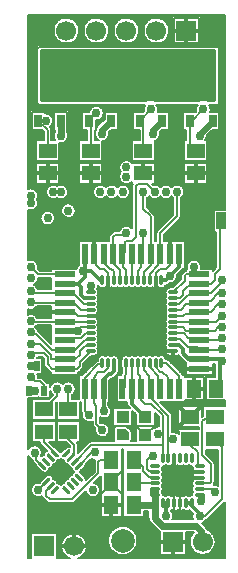
<source format=gtl>
G04 DipTrace 2.4.0.2*
%INIoDriverRevF2.gtl*%
%MOIN*%
%ADD13C,0.0061*%
%ADD14C,0.022*%
%ADD15C,0.0118*%
%ADD16C,0.013*%
%ADD18C,0.0079*%
%ADD19C,0.0071*%
%ADD21R,0.0512X0.0591*%
%ADD22R,0.0591X0.0512*%
%ADD27R,0.0669X0.0669*%
%ADD28C,0.0669*%
%ADD30C,0.0787*%
%ADD32R,0.0256X0.0413*%
%ADD33R,0.0197X0.0335*%
%ADD36R,0.0709X0.0197*%
%ADD37R,0.0197X0.0709*%
%ADD38O,0.0335X0.0118*%
%ADD39O,0.0118X0.0335*%
%ADD40R,0.2165X0.2165*%
%ADD43R,0.0965X0.0965*%
%ADD47R,0.0433X0.0394*%
%ADD48C,0.0295*%
%ADD50C,0.04*%
%FSLAX44Y44*%
G04*
G70*
G90*
G75*
G01*
%LNTop*%
%LPD*%
X10375Y8875D2*
D13*
X10312Y8812D1*
X10062D1*
X9969Y8720D1*
Y7592D1*
X10250Y7312D1*
Y6687D1*
X10216Y6653D1*
X9880D1*
X8623Y18750D2*
D14*
X8312Y18439D1*
Y18312D1*
X9863Y12995D2*
D13*
X9805Y12937D1*
X9500D1*
X9203Y12640D1*
X8997D1*
X9863Y12995D2*
X9868Y13000D1*
X10250D1*
X10625Y13375D1*
Y13437D1*
X8250Y19125D2*
X7875Y18750D1*
X8000Y18625D1*
Y17748D1*
X7304Y14294D2*
X7312Y14285D1*
Y13875D1*
X7422Y13765D1*
Y13428D1*
X7304Y14294D2*
X7375Y14365D1*
Y14687D1*
X7437Y14750D1*
X7625D1*
X7750Y14875D1*
Y16562D1*
X7812Y16625D1*
X8125D1*
X8375Y16375D1*
X8563Y14294D2*
X8500Y14230D1*
Y13937D1*
X8209Y13647D1*
Y13428D1*
X8563Y14294D2*
X8562Y14295D1*
Y15000D1*
X9125Y15562D1*
Y16375D1*
X8249Y14294D2*
X8250Y14293D1*
Y13937D1*
X8012Y13700D1*
Y13428D1*
X8250Y14295D2*
Y15562D1*
X8000Y15812D1*
Y16375D1*
X6241Y13034D2*
X6250Y13043D1*
Y13250D1*
X4250Y13875D2*
X4500Y13625D1*
X5375D1*
X6634Y10672D2*
X6587Y10625D1*
X6500D1*
X6044Y10169D1*
Y9806D1*
X6187Y8937D2*
X6044Y9080D1*
Y9806D1*
X8640Y6003D2*
D15*
X8759D1*
X8837D1*
X8759D2*
D16*
Y5572D1*
X4374Y7685D2*
D13*
X4437Y7623D1*
Y7435D1*
X4630Y7242D1*
X4769Y6714D2*
X4499Y6444D1*
X4630Y6853D2*
X4824Y7048D1*
X5242D1*
X6359Y14294D2*
X6437Y14216D1*
Y13937D1*
X6562Y13812D1*
X6687D1*
X6831Y13668D1*
Y13428D1*
X8878Y14294D2*
X8875Y14290D1*
Y13937D1*
X8750Y13812D1*
X8562D1*
X8406Y13656D1*
Y13428D1*
X6989Y9806D2*
X7062Y9879D1*
Y10187D1*
X7225Y10350D1*
Y10672D1*
X6241Y12247D2*
X6238Y12250D1*
X5812D1*
X5697Y12365D1*
X5375D1*
X6244Y12250D2*
X6875D1*
X6831Y13428D2*
X6812Y13408D1*
Y12875D1*
X8406Y13428D2*
X8375Y13396D1*
Y12937D1*
X7225Y10672D2*
X7250Y10696D1*
Y11250D1*
X8997Y11065D2*
X9000Y11063D1*
Y10812D1*
X6244Y12250D2*
X8000D1*
X8312Y11937D1*
Y11562D1*
X8375Y13396D2*
Y12875D1*
X8312Y12812D1*
Y11875D1*
X7225Y10672D2*
X7187Y10710D1*
Y11375D1*
X7375Y11562D1*
X8312D1*
Y11250D2*
X8496Y11065D1*
X8997D1*
X6935Y18750D2*
D14*
X6625Y18439D1*
Y18312D1*
X9863Y12365D2*
D13*
X9810Y12312D1*
X9375D1*
X9309Y12247D1*
X8997D1*
X9863Y12365D2*
X9873Y12375D1*
X10250D1*
X10500Y12625D1*
X10625D1*
X6437Y19000D2*
X6187Y18750D1*
X6250Y18687D1*
Y17748D1*
X7685Y6687D2*
X7719Y6653D1*
X8384D1*
X9880Y7244D2*
X9812Y7312D1*
Y7687D1*
X9562Y7937D1*
Y8126D1*
X4250Y10937D2*
Y11000D1*
X4687D1*
X4812Y10875D1*
Y10625D1*
X4962Y10475D1*
X5375D1*
X6241Y11065D2*
X5875Y10699D1*
Y10562D1*
X5787Y10475D1*
X5375D1*
X4250Y11312D2*
X4562D1*
X4937Y10937D1*
Y10812D1*
X4959Y10790D1*
X5375D1*
X6241Y11262D2*
X6228Y11250D1*
X6062D1*
X5875Y11062D1*
Y10937D1*
X5727Y10790D1*
X5375D1*
X6674Y14294D2*
X6687Y14281D1*
Y14000D1*
X6875Y13812D1*
X6937D1*
X7028Y13721D1*
Y13428D1*
X7619D2*
Y14294D1*
X9863Y13310D2*
X9803Y13250D1*
X9500D1*
X9312Y13062D1*
Y12937D1*
X9212Y12837D1*
X8997D1*
X9863Y13310D2*
X9865Y13312D1*
X10249D1*
X10375Y13437D1*
Y13625D1*
X10562Y13812D1*
Y15437D1*
X9193Y9806D2*
X9187Y9812D1*
Y10250D1*
X8765Y10672D1*
X8603D1*
X8878Y9806D2*
X8812Y9872D1*
Y10187D1*
X8625Y10375D1*
X8562D1*
X8406Y10531D1*
Y10672D1*
X8563Y9806D2*
X8500Y9870D1*
Y10250D1*
X8209Y10540D1*
Y10672D1*
X7304Y9806D2*
X7375Y9876D1*
Y10250D1*
X7422Y10297D1*
Y10672D1*
X5375Y11420D2*
X5454Y11500D1*
X5937D1*
X6094Y11656D1*
X6241D1*
X10375Y6375D2*
X10293Y6456D1*
X9880D1*
X6989Y14294D2*
X7000Y14283D1*
Y14000D1*
X7225Y13774D1*
Y13428D1*
X4187Y9750D2*
X4375D1*
X7437Y15000D2*
Y14937D1*
X7062D1*
X6989Y14864D1*
Y14294D1*
X7815Y13428D2*
X7812Y13431D1*
Y13750D1*
X7934Y13871D1*
Y14294D1*
X8000D1*
Y15000D1*
X9863Y11420D2*
X9783Y11500D1*
X9500D1*
X9343Y11656D1*
X8997D1*
X10625Y11500D2*
X10545Y11420D1*
X9863D1*
X5248Y18750D2*
D14*
X5250Y18748D1*
Y18250D1*
X9863Y11735D2*
D13*
X9848Y11750D1*
X9437D1*
X9334Y11853D1*
X8997D1*
X9863Y11735D2*
X9877Y11750D1*
X10375D1*
X10500Y11875D1*
X10625D1*
X4750Y18750D2*
X4500D1*
X4812Y18437D1*
Y17748D1*
X7934Y9806D2*
Y9440D1*
X8062Y9312D1*
X8250D1*
X8640Y8921D1*
Y8312D1*
Y7937D1*
Y7500D1*
X8500Y8312D2*
X8640D1*
X5715Y7382D2*
X6271Y7937D1*
X8640D1*
X7934Y9806D2*
X7875Y9865D1*
Y10250D1*
X7815Y10309D1*
Y10672D1*
X6241Y11459D2*
X6218Y11437D1*
X6062D1*
X5730Y11105D1*
X5375D1*
X4250Y11687D2*
X4312Y11625D1*
X4437D1*
X4957Y11105D1*
X5375D1*
X8249Y9806D2*
Y9500D1*
X8837Y8912D1*
Y8062D1*
Y7500D1*
X9000Y8125D2*
Y8062D1*
X8837D1*
X4443Y10576D2*
X4457Y10562D1*
X4250D1*
X5854Y7242D2*
X6299Y7687D1*
X6375D1*
X8249Y9806D2*
X8187Y9867D1*
Y10250D1*
X8012Y10424D1*
Y10672D1*
X9428Y6003D2*
D15*
X9519D1*
X9625D1*
X9519D2*
D16*
X9875Y5648D1*
Y5562D1*
X10375Y8126D2*
D13*
X10625Y7876D1*
Y6125D1*
X10062Y5562D1*
X9875D1*
X4250Y10187D2*
X4381Y10055D1*
X4569D1*
X4699Y9925D1*
Y9750D1*
X4687Y9123D2*
X5125Y9561D1*
Y9812D1*
X4250Y12687D2*
X4257Y12680D1*
X5375D1*
X6241Y12443D2*
X6234Y12437D1*
X5937D1*
X5694Y12680D1*
X5375D1*
X5499Y9123D2*
X5500D1*
Y9812D1*
X4250Y13062D2*
X4317Y12995D1*
X5375D1*
X6241Y12640D2*
X6008D1*
X5961Y12687D1*
X5969D1*
X5661Y12995D1*
X5375D1*
X5047Y7660D2*
X4687Y8020D1*
Y8375D1*
X5576Y7521D2*
X5687Y7632D1*
Y7937D1*
X5499Y8125D1*
Y8375D1*
X7687Y7437D2*
D16*
Y7433D1*
X8384Y6850D2*
D13*
X8360Y6875D1*
X8187D1*
X8000Y7062D1*
Y7187D1*
X7750Y7437D1*
X7687D1*
X4250Y12062D2*
X4262Y12050D1*
X5375D1*
X6241D2*
X5375D1*
X9937Y6062D2*
D14*
Y6187D1*
D15*
Y6259D1*
X9880D1*
X5812Y11750D2*
D13*
X5797Y11735D1*
X5375D1*
X5812Y11750D2*
X5915Y11853D1*
X6241D1*
X10625Y10750D2*
D16*
X10584Y10790D1*
X9863D1*
X10437Y9812D2*
X10562Y9937D1*
Y10750D1*
X10625D1*
X6687Y9062D2*
X6674Y9075D1*
Y9806D1*
X4908Y6574D2*
D13*
X4750Y6416D1*
Y6250D1*
X4875Y6125D1*
X5625D1*
X6500Y7000D1*
Y7375D1*
X6562Y7437D1*
X6939D1*
X9977Y4706D2*
D14*
X9937Y4747D1*
Y5062D1*
X9750Y5250D1*
X8625D1*
X8375Y5500D1*
Y5937D1*
Y6312D1*
X8384Y6322D1*
D15*
Y6456D1*
Y6259D2*
Y6456D1*
X7687Y5937D2*
D14*
X8375D1*
X6937Y7437D2*
D13*
X6939D1*
X5375Y13310D2*
D15*
X5814D1*
X5937Y13187D1*
Y12937D1*
X6037Y12837D1*
X6241D1*
X9193Y14294D2*
D16*
X9187Y14287D1*
Y13875D1*
X8891Y13579D1*
X8740Y13428D1*
X8727D1*
D15*
X8603D1*
X6001Y13750D2*
D16*
X6125D1*
X6250D1*
X6571Y13428D1*
D15*
X6634D1*
X6044Y14294D2*
D16*
X6062Y14276D1*
Y13812D1*
X6125Y13750D1*
X5814Y13310D2*
X6044Y13539D1*
Y14294D1*
X9863Y10790D2*
X9841Y10812D1*
X9500D1*
X9312Y11000D1*
Y11125D1*
X9174Y11262D1*
D15*
X8997D1*
X6674Y9806D2*
D16*
X6687Y9819D1*
Y10152D1*
X6847Y10312D1*
X6937D1*
X7028Y10403D1*
Y10439D1*
D15*
Y10672D1*
X8997Y12050D2*
D13*
X9863D1*
X10625Y12250D2*
X10425Y12050D1*
X9863D1*
X7314Y8873D2*
D16*
D3*
X10310Y18750D2*
D14*
X9875Y18314D1*
Y18250D1*
X9863Y12680D2*
D13*
X9808Y12625D1*
X9437D1*
X9256Y12443D1*
X8997D1*
X9863Y12680D2*
X9933Y12750D1*
X10250D1*
X10500Y13000D1*
X10625D1*
X10000Y19125D2*
X9625Y18750D1*
X9562D1*
Y17748D1*
X9750D1*
X8062Y8873D2*
D16*
X7619Y9316D1*
Y9806D1*
D13*
Y10672D1*
X8997Y13034D2*
X9375Y13412D1*
Y13562D1*
X9437Y13625D1*
X9863D1*
X9687Y13800D1*
Y13875D1*
X9863Y11105D2*
X9781Y11187D1*
X9500D1*
X9227Y11459D1*
X8997D1*
X8384Y7047D2*
X8369Y7062D1*
X8187D1*
X8125Y7125D1*
Y7437D1*
X8250Y7562D1*
X8312D1*
X10625Y11125D2*
X10605Y11105D1*
X9863D1*
X6831Y10672D2*
X6812Y10653D1*
Y10500D1*
X6687Y10375D1*
X6500D1*
X6375Y10250D1*
Y10187D1*
X6359Y10171D1*
Y9806D1*
X6625Y8437D2*
X6437Y8625D1*
Y9250D1*
X6359Y9328D1*
Y9806D1*
D48*
X8312Y18312D3*
X10625Y13437D3*
X8250Y19125D3*
X8375Y16375D3*
X9125D3*
X8000D3*
X6250Y13250D3*
X4250Y13875D3*
X8750Y16375D3*
X6250Y13250D3*
X6187Y8937D3*
X8759Y5572D3*
X4374Y7685D3*
X4499Y6444D3*
X6625Y18312D3*
X10625Y12625D3*
X6437Y19000D3*
X4250Y10937D3*
X7312Y16375D3*
X4250Y10937D3*
Y11312D3*
X6937Y16375D3*
X4250Y11312D3*
X10375Y6375D3*
X4375Y9750D3*
X7437Y15000D3*
X8000D3*
X4812Y15500D3*
X10625Y11500D3*
X5250Y18250D3*
X10625Y11875D3*
X4750Y18750D3*
X8500Y8312D3*
X4250Y11687D3*
X6562Y16375D3*
X4250Y11687D3*
X9000Y8125D3*
X4250Y10562D3*
X9000Y8125D3*
X6375Y7687D3*
X9000Y8125D3*
X9875Y5562D3*
X4250Y10187D3*
D3*
X5125Y9812D3*
X4250Y12687D3*
X5500Y9812D3*
X4250Y13062D3*
D50*
X7687Y7433D3*
D48*
X4250Y13500D3*
Y12062D3*
X6312Y6437D3*
X9937Y6062D3*
X5812Y11750D3*
X6312Y6437D3*
X5812Y11750D3*
X10625Y10750D3*
D3*
X6687Y9062D3*
X8891Y13579D3*
X6001Y13750D3*
X10625Y12250D3*
X5250Y16375D3*
X5000D3*
D50*
X7314Y8873D3*
D48*
X9875Y18250D3*
X10625Y13000D3*
X10000Y19125D3*
X9687Y13875D3*
X8312Y7562D3*
X10625Y11125D3*
X5500Y15750D3*
X6625Y8437D3*
D50*
X6937Y7437D3*
D48*
X7437Y16875D3*
Y17187D3*
X4250Y16250D3*
Y16000D3*
X5375Y19687D3*
X6062D3*
X7062D3*
X7750D3*
X8812D3*
X9437D3*
X8312Y11250D3*
Y11562D3*
Y11875D3*
X8937Y7000D3*
X9375D3*
Y6562D3*
X8937D3*
X4640Y20931D2*
D16*
X10360D1*
X4640Y20802D2*
X10360D1*
X4640Y20674D2*
X10360D1*
X4640Y20545D2*
X10360D1*
X4640Y20417D2*
X10360D1*
X4640Y20288D2*
X10360D1*
X4640Y20159D2*
X10360D1*
X4640Y20031D2*
X10360D1*
X4640Y19902D2*
X10360D1*
X4640Y19773D2*
X10360D1*
X4640Y19645D2*
X10360D1*
X4640Y19516D2*
X10360D1*
X8104Y19440D2*
X8171Y19463D1*
X8235Y19472D1*
X8300Y19469D1*
X8363Y19453D1*
X8394Y19439D1*
X9854D1*
X9921Y19463D1*
X9985Y19472D1*
X10050Y19469D1*
X10113Y19453D1*
X10149Y19439D1*
X10372D1*
Y21060D1*
X4627D1*
Y19439D1*
X8104D1*
X4161Y22221D2*
D13*
X10713D1*
X4161Y22161D2*
X5310D1*
X5565D2*
X6310D1*
X6565D2*
X7310D1*
X7565D2*
X8310D1*
X8565D2*
X9002D1*
X9873D2*
X10713D1*
X4161Y22101D2*
X5185D1*
X5690D2*
X6185D1*
X6690D2*
X7185D1*
X7689D2*
X8185D1*
X8689D2*
X9002D1*
X9873D2*
X10713D1*
X4161Y22041D2*
X5116D1*
X5758D2*
X6116D1*
X6759D2*
X7116D1*
X7759D2*
X8116D1*
X8759D2*
X9002D1*
X9873D2*
X10713D1*
X4161Y21981D2*
X5070D1*
X5805D2*
X6070D1*
X6805D2*
X7070D1*
X7805D2*
X8070D1*
X8805D2*
X9002D1*
X9873D2*
X10713D1*
X4161Y21921D2*
X5037D1*
X5836D2*
X6037D1*
X6836D2*
X7037D1*
X7836D2*
X8037D1*
X8836D2*
X9002D1*
X9873D2*
X10713D1*
X4161Y21861D2*
X5016D1*
X5858D2*
X6016D1*
X6857D2*
X7016D1*
X7857D2*
X8016D1*
X8857D2*
X9002D1*
X9873D2*
X10713D1*
X4161Y21800D2*
X5005D1*
X5869D2*
X6005D1*
X6869D2*
X7004D1*
X7869D2*
X8004D1*
X8869D2*
X9002D1*
X9873D2*
X10713D1*
X4161Y21740D2*
X5002D1*
X5872D2*
X6002D1*
X6872D2*
X7002D1*
X7872D2*
X8002D1*
X8872D2*
X9002D1*
X9873D2*
X10713D1*
X4161Y21680D2*
X5007D1*
X5866D2*
X6007D1*
X6867D2*
X7007D1*
X7867D2*
X8007D1*
X8867D2*
X9002D1*
X9873D2*
X10713D1*
X4161Y21620D2*
X5022D1*
X5853D2*
X6022D1*
X6853D2*
X7022D1*
X7853D2*
X8022D1*
X8853D2*
X9002D1*
X9873D2*
X10713D1*
X4161Y21560D2*
X5046D1*
X5828D2*
X6046D1*
X6828D2*
X7046D1*
X7828D2*
X8046D1*
X8829D2*
X9002D1*
X9873D2*
X10713D1*
X4161Y21500D2*
X5081D1*
X5792D2*
X6082D1*
X6792D2*
X7082D1*
X7792D2*
X8082D1*
X8792D2*
X9002D1*
X9873D2*
X10713D1*
X4161Y21440D2*
X5134D1*
X5740D2*
X6134D1*
X6740D2*
X7134D1*
X7740D2*
X8134D1*
X8740D2*
X9002D1*
X9873D2*
X10713D1*
X4161Y21380D2*
X5213D1*
X5661D2*
X6213D1*
X6661D2*
X7213D1*
X7661D2*
X8214D1*
X8661D2*
X9002D1*
X9873D2*
X10713D1*
X4161Y21320D2*
X10713D1*
X4161Y21260D2*
X10713D1*
X4161Y21199D2*
X4498D1*
X10500D2*
X10713D1*
X4161Y21139D2*
X4462D1*
X10537D2*
X10713D1*
X4161Y21079D2*
X4461D1*
X10538D2*
X10713D1*
X4161Y21019D2*
X4461D1*
X10538D2*
X10713D1*
X4161Y20959D2*
X4461D1*
X10538D2*
X10713D1*
X4161Y20899D2*
X4461D1*
X10538D2*
X10713D1*
X4161Y20839D2*
X4461D1*
X10538D2*
X10713D1*
X4161Y20779D2*
X4461D1*
X10538D2*
X10713D1*
X4161Y20719D2*
X4461D1*
X10538D2*
X10713D1*
X4161Y20658D2*
X4461D1*
X10538D2*
X10713D1*
X4161Y20598D2*
X4461D1*
X10538D2*
X10713D1*
X4161Y20538D2*
X4461D1*
X10538D2*
X10713D1*
X4161Y20478D2*
X4461D1*
X10538D2*
X10713D1*
X4161Y20418D2*
X4461D1*
X10538D2*
X10713D1*
X4161Y20358D2*
X4461D1*
X10538D2*
X10713D1*
X4161Y20298D2*
X4461D1*
X10538D2*
X10713D1*
X4161Y20238D2*
X4461D1*
X10538D2*
X10713D1*
X4161Y20178D2*
X4461D1*
X10538D2*
X10713D1*
X4161Y20118D2*
X4461D1*
X10538D2*
X10713D1*
X4161Y20057D2*
X4461D1*
X10538D2*
X10713D1*
X4161Y19997D2*
X4461D1*
X10538D2*
X10713D1*
X4161Y19937D2*
X4461D1*
X10538D2*
X10713D1*
X4161Y19877D2*
X4461D1*
X10538D2*
X10713D1*
X4161Y19817D2*
X4461D1*
X10538D2*
X10713D1*
X4161Y19757D2*
X4461D1*
X10538D2*
X10713D1*
X4161Y19697D2*
X4461D1*
X10538D2*
X10713D1*
X4161Y19637D2*
X4461D1*
X10538D2*
X10713D1*
X4161Y19577D2*
X4461D1*
X10538D2*
X10713D1*
X4161Y19516D2*
X4461D1*
X10538D2*
X10713D1*
X4161Y19456D2*
X4461D1*
X10538D2*
X10713D1*
X4161Y19396D2*
X4461D1*
X10538D2*
X10713D1*
X4161Y19336D2*
X4469D1*
X10529D2*
X10713D1*
X4161Y19276D2*
X8054D1*
X8445D2*
X9805D1*
X10194D2*
X10713D1*
X4161Y19216D2*
X6322D1*
X6551D2*
X8019D1*
X8480D2*
X9769D1*
X10230D2*
X10713D1*
X4161Y19156D2*
X6246D1*
X6628D2*
X8003D1*
X8496D2*
X9753D1*
X10246D2*
X10713D1*
X4161Y19096D2*
X6209D1*
X6666D2*
X8003D1*
X8496D2*
X9753D1*
X10246D2*
X10713D1*
X4161Y19036D2*
X4271D1*
X4728D2*
X5019D1*
X5477D2*
X5958D1*
X6683D2*
X6706D1*
X7164D2*
X7646D1*
X8851D2*
X9334D1*
X10539D2*
X10713D1*
X4161Y18976D2*
X4271D1*
X4842D2*
X5019D1*
X5477D2*
X5958D1*
X6684D2*
X6706D1*
X7164D2*
X7646D1*
X8851D2*
X9334D1*
X10539D2*
X10713D1*
X4161Y18915D2*
X4271D1*
X4931D2*
X5019D1*
X5477D2*
X5958D1*
X6670D2*
X6706D1*
X7164D2*
X7646D1*
X8851D2*
X9334D1*
X10539D2*
X10713D1*
X4161Y18855D2*
X4271D1*
X4974D2*
X5019D1*
X5477D2*
X5958D1*
X6638D2*
X6706D1*
X7164D2*
X7646D1*
X8851D2*
X9334D1*
X10539D2*
X10713D1*
X4161Y18795D2*
X4271D1*
X4994D2*
X5019D1*
X5477D2*
X5958D1*
X6573D2*
X6685D1*
X7164D2*
X7646D1*
X8851D2*
X9334D1*
X10539D2*
X10713D1*
X4161Y18735D2*
X4271D1*
X4998D2*
X5018D1*
X5477D2*
X5958D1*
X6415D2*
X6625D1*
X7164D2*
X7646D1*
X8851D2*
X9334D1*
X10539D2*
X10713D1*
X4161Y18675D2*
X4271D1*
X4986D2*
X5019D1*
X5477D2*
X5958D1*
X6415D2*
X6565D1*
X7164D2*
X7646D1*
X8851D2*
X9334D1*
X10539D2*
X10713D1*
X4161Y18615D2*
X4271D1*
X4956D2*
X5019D1*
X5477D2*
X5958D1*
X6415D2*
X6505D1*
X7164D2*
X7646D1*
X8851D2*
X9334D1*
X10539D2*
X10713D1*
X4161Y18555D2*
X4271D1*
X4900D2*
X5019D1*
X5477D2*
X5958D1*
X6415D2*
X6450D1*
X7164D2*
X7646D1*
X8851D2*
X9334D1*
X10539D2*
X10713D1*
X4161Y18495D2*
X4271D1*
X4930D2*
X5019D1*
X5477D2*
X5958D1*
X7164D2*
X7646D1*
X8851D2*
X9334D1*
X10539D2*
X10713D1*
X4161Y18435D2*
X4631D1*
X4943D2*
X5039D1*
X5460D2*
X6118D1*
X6381D2*
X6409D1*
X6916D2*
X7868D1*
X8603D2*
X9430D1*
X10291D2*
X10713D1*
X4161Y18374D2*
X4680D1*
X4943D2*
X5036D1*
X5463D2*
X6118D1*
X6864D2*
X7868D1*
X8552D2*
X9430D1*
X10231D2*
X10713D1*
X4161Y18314D2*
X4680D1*
X4943D2*
X5010D1*
X5489D2*
X6118D1*
X6873D2*
X7868D1*
X8560D2*
X9430D1*
X10170D2*
X10713D1*
X4161Y18254D2*
X4680D1*
X4943D2*
X5002D1*
X5498D2*
X6118D1*
X6866D2*
X7868D1*
X8553D2*
X9430D1*
X10123D2*
X10713D1*
X4161Y18194D2*
X4680D1*
X4943D2*
X5007D1*
X5491D2*
X6118D1*
X6381D2*
X6407D1*
X6842D2*
X7868D1*
X8529D2*
X9430D1*
X10116D2*
X10713D1*
X4161Y18134D2*
X4680D1*
X4943D2*
X5030D1*
X5469D2*
X6118D1*
X6381D2*
X6455D1*
X6795D2*
X7868D1*
X8482D2*
X9430D1*
X10093D2*
X10713D1*
X4161Y18074D2*
X4416D1*
X5423D2*
X5854D1*
X6674D2*
X7603D1*
X8396D2*
X9354D1*
X10145D2*
X10713D1*
X4161Y18014D2*
X4416D1*
X5311D2*
X5854D1*
X6645D2*
X7603D1*
X8396D2*
X9354D1*
X10145D2*
X10713D1*
X4161Y17954D2*
X4416D1*
X5208D2*
X5854D1*
X6645D2*
X7603D1*
X8396D2*
X9354D1*
X10145D2*
X10713D1*
X4161Y17894D2*
X4416D1*
X5208D2*
X5854D1*
X6645D2*
X7603D1*
X8396D2*
X9354D1*
X10145D2*
X10713D1*
X4161Y17834D2*
X4416D1*
X5208D2*
X5854D1*
X6645D2*
X7603D1*
X8396D2*
X9354D1*
X10145D2*
X10713D1*
X4161Y17773D2*
X4416D1*
X5208D2*
X5854D1*
X6645D2*
X7603D1*
X8396D2*
X9354D1*
X10145D2*
X10713D1*
X4161Y17713D2*
X4416D1*
X5208D2*
X5854D1*
X6645D2*
X7603D1*
X8396D2*
X9354D1*
X10145D2*
X10713D1*
X4161Y17653D2*
X4416D1*
X5208D2*
X5854D1*
X6645D2*
X7603D1*
X8396D2*
X9354D1*
X10145D2*
X10713D1*
X4161Y17593D2*
X4416D1*
X5208D2*
X5854D1*
X6645D2*
X7603D1*
X8396D2*
X9354D1*
X10145D2*
X10713D1*
X4161Y17533D2*
X4416D1*
X5208D2*
X5854D1*
X6645D2*
X7603D1*
X8396D2*
X9354D1*
X10145D2*
X10713D1*
X4161Y17473D2*
X4416D1*
X5208D2*
X5854D1*
X6645D2*
X7603D1*
X8396D2*
X9354D1*
X10145D2*
X10713D1*
X4161Y17413D2*
X4416D1*
X5208D2*
X5854D1*
X6645D2*
X7343D1*
X7530D2*
X7603D1*
X8396D2*
X9354D1*
X10145D2*
X10713D1*
X4161Y17353D2*
X7254D1*
X7619D2*
X10713D1*
X4161Y17293D2*
X4416D1*
X5208D2*
X5854D1*
X6645D2*
X7213D1*
X8396D2*
X9354D1*
X10145D2*
X10713D1*
X4161Y17232D2*
X4416D1*
X5208D2*
X5854D1*
X6645D2*
X7194D1*
X8396D2*
X9354D1*
X10145D2*
X10713D1*
X4161Y17172D2*
X4416D1*
X5208D2*
X5854D1*
X6645D2*
X7189D1*
X8396D2*
X9354D1*
X10145D2*
X10713D1*
X4161Y17112D2*
X4416D1*
X5208D2*
X5854D1*
X6645D2*
X7200D1*
X8396D2*
X9354D1*
X10145D2*
X10713D1*
X4161Y17052D2*
X4416D1*
X5208D2*
X5854D1*
X6645D2*
X7230D1*
X8396D2*
X9354D1*
X10145D2*
X10713D1*
X4161Y16992D2*
X4416D1*
X5208D2*
X5854D1*
X6645D2*
X7219D1*
X8396D2*
X9354D1*
X10145D2*
X10713D1*
X4161Y16932D2*
X4416D1*
X5208D2*
X5854D1*
X6645D2*
X7195D1*
X8396D2*
X9354D1*
X10145D2*
X10713D1*
X4161Y16872D2*
X4416D1*
X5208D2*
X5854D1*
X6645D2*
X7189D1*
X8396D2*
X9354D1*
X10145D2*
X10713D1*
X4161Y16812D2*
X4416D1*
X5208D2*
X5854D1*
X6645D2*
X7197D1*
X8396D2*
X9354D1*
X10145D2*
X10713D1*
X4161Y16752D2*
X4416D1*
X5208D2*
X5854D1*
X6645D2*
X7222D1*
X8396D2*
X9354D1*
X10145D2*
X10713D1*
X4161Y16692D2*
X4416D1*
X5208D2*
X5854D1*
X6645D2*
X7272D1*
X8396D2*
X9354D1*
X10145D2*
X10713D1*
X4161Y16631D2*
X7639D1*
X8301D2*
X10713D1*
X4161Y16571D2*
X4852D1*
X5397D2*
X6415D1*
X6709D2*
X6790D1*
X7084D2*
X7165D1*
X7459D2*
X7619D1*
X8521D2*
X8602D1*
X8897D2*
X8978D1*
X9272D2*
X10713D1*
X4161Y16511D2*
X4793D1*
X5455D2*
X6356D1*
X7518D2*
X7619D1*
X9330D2*
X10713D1*
X4389Y16451D2*
X4764D1*
X5485D2*
X6326D1*
X7547D2*
X7619D1*
X9360D2*
X10713D1*
X4452Y16391D2*
X4752D1*
X5497D2*
X6315D1*
X7560D2*
X7619D1*
X9372D2*
X10713D1*
X4483Y16331D2*
X4755D1*
X5494D2*
X6317D1*
X7556D2*
X7619D1*
X9369D2*
X10713D1*
X4497Y16271D2*
X4774D1*
X5475D2*
X6338D1*
X7537D2*
X7619D1*
X9350D2*
X10713D1*
X4495Y16211D2*
X4816D1*
X5434D2*
X6378D1*
X7497D2*
X7619D1*
X9308D2*
X10713D1*
X4477Y16151D2*
X4901D1*
X5097D2*
X5151D1*
X5348D2*
X6464D1*
X6660D2*
X6838D1*
X7035D2*
X7214D1*
X7410D2*
X7619D1*
X8131D2*
X8276D1*
X8473D2*
X8651D1*
X8848D2*
X8993D1*
X9256D2*
X10713D1*
X4480Y16090D2*
X7619D1*
X8131D2*
X8993D1*
X9256D2*
X10713D1*
X4496Y16030D2*
X7619D1*
X8131D2*
X8993D1*
X9256D2*
X10713D1*
X4496Y15970D2*
X5394D1*
X5605D2*
X7619D1*
X8131D2*
X8993D1*
X9256D2*
X10713D1*
X4480Y15910D2*
X5313D1*
X5687D2*
X7619D1*
X8131D2*
X8993D1*
X9256D2*
X10713D1*
X4446Y15850D2*
X5273D1*
X5726D2*
X7619D1*
X8144D2*
X8993D1*
X9256D2*
X10713D1*
X4377Y15790D2*
X5255D1*
X5744D2*
X7619D1*
X8205D2*
X8993D1*
X9256D2*
X10713D1*
X4161Y15730D2*
X4731D1*
X4893D2*
X5252D1*
X5747D2*
X7619D1*
X8265D2*
X8993D1*
X9256D2*
X10336D1*
X4161Y15670D2*
X4634D1*
X4990D2*
X5265D1*
X5735D2*
X7619D1*
X8325D2*
X8993D1*
X9256D2*
X10336D1*
X4161Y15610D2*
X4590D1*
X5034D2*
X5295D1*
X5703D2*
X7619D1*
X8372D2*
X8989D1*
X9256D2*
X10336D1*
X4161Y15550D2*
X4569D1*
X5055D2*
X5357D1*
X5643D2*
X7619D1*
X8380D2*
X8929D1*
X9256D2*
X10336D1*
X4161Y15489D2*
X4564D1*
X5060D2*
X7619D1*
X8380D2*
X8869D1*
X9233D2*
X10336D1*
X4161Y15429D2*
X4574D1*
X5050D2*
X7619D1*
X8380D2*
X8809D1*
X9175D2*
X10336D1*
X4161Y15369D2*
X4602D1*
X5023D2*
X7619D1*
X8380D2*
X8748D1*
X9115D2*
X10336D1*
X4161Y15309D2*
X4656D1*
X4968D2*
X7619D1*
X8380D2*
X8689D1*
X9055D2*
X10336D1*
X4161Y15249D2*
X7619D1*
X8380D2*
X8628D1*
X8995D2*
X10336D1*
X4161Y15189D2*
X7280D1*
X7594D2*
X7619D1*
X8380D2*
X8569D1*
X8934D2*
X10336D1*
X4161Y15129D2*
X7226D1*
X8380D2*
X8508D1*
X8875D2*
X10336D1*
X4161Y15069D2*
X7199D1*
X8380D2*
X8452D1*
X8814D2*
X10336D1*
X4161Y15009D2*
X6951D1*
X8380D2*
X8431D1*
X8755D2*
X10430D1*
X4161Y14948D2*
X6890D1*
X8380D2*
X8431D1*
X8694D2*
X10430D1*
X4161Y14888D2*
X6860D1*
X8380D2*
X8431D1*
X8693D2*
X10430D1*
X4161Y14828D2*
X6858D1*
X8380D2*
X8431D1*
X8693D2*
X10430D1*
X4161Y14768D2*
X6858D1*
X8380D2*
X8431D1*
X8693D2*
X10430D1*
X4161Y14708D2*
X5845D1*
X9393D2*
X10430D1*
X4161Y14648D2*
X5845D1*
X9393D2*
X10430D1*
X4161Y14588D2*
X5845D1*
X9393D2*
X10430D1*
X4161Y14528D2*
X5845D1*
X9393D2*
X10430D1*
X4161Y14468D2*
X5845D1*
X9393D2*
X10430D1*
X4161Y14408D2*
X5845D1*
X9393D2*
X10430D1*
X4161Y14347D2*
X5845D1*
X9393D2*
X10430D1*
X4161Y14287D2*
X5845D1*
X9393D2*
X10430D1*
X4161Y14227D2*
X5845D1*
X9393D2*
X10430D1*
X4161Y14167D2*
X5845D1*
X9393D2*
X10430D1*
X4323Y14107D2*
X5845D1*
X9393D2*
X9614D1*
X9760D2*
X10430D1*
X4426Y14047D2*
X5845D1*
X9393D2*
X9511D1*
X9863D2*
X10430D1*
X4470Y13987D2*
X5845D1*
X9393D2*
X9466D1*
X9907D2*
X10430D1*
X4492Y13927D2*
X5831D1*
X9393D2*
X9445D1*
X9929D2*
X10430D1*
X4498Y13867D2*
X5784D1*
X9393D2*
X9439D1*
X9935D2*
X10430D1*
X4501Y13806D2*
X4919D1*
X9337D2*
X9407D1*
X10318D2*
X10374D1*
X9290Y13746D2*
X9403D1*
X9231Y13686D2*
X9315D1*
X9170Y13626D2*
X9261D1*
X9139Y13566D2*
X9243D1*
X9128Y13506D2*
X9243D1*
X4492Y13446D2*
X4919D1*
X9100D2*
X9225D1*
X4469Y13386D2*
X4919D1*
X9044D2*
X9166D1*
X4424Y13326D2*
X4919D1*
X8870D2*
X9105D1*
X4386Y13266D2*
X4919D1*
X8753D2*
X9045D1*
X4451Y13205D2*
X4919D1*
X6494D2*
X6526D1*
X8712D2*
X8985D1*
X4483Y13145D2*
X4919D1*
X6475D2*
X8777D1*
X6500Y13085D2*
X8738D1*
X6508Y13025D2*
X8729D1*
X6492Y12965D2*
X8745D1*
X6493Y12905D2*
X8744D1*
X6508Y12845D2*
X8729D1*
X6500Y12785D2*
X8738D1*
X6483Y12725D2*
X8754D1*
X6506Y12665D2*
X8731D1*
X6504Y12604D2*
X8733D1*
X4452Y12544D2*
X4919D1*
X6475D2*
X8763D1*
X4387Y12484D2*
X4919D1*
X6503D2*
X8734D1*
X4161Y12424D2*
X4919D1*
X6507D2*
X8730D1*
X4161Y12364D2*
X4919D1*
X6486D2*
X8751D1*
X4161Y12304D2*
X4233D1*
X4267D2*
X4919D1*
X6498D2*
X8740D1*
X4415Y12244D2*
X4919D1*
X6508D2*
X8729D1*
X4465Y12184D2*
X4919D1*
X6495D2*
X8742D1*
X6490Y12124D2*
X8747D1*
X6508Y12063D2*
X8729D1*
X6501Y12003D2*
X8736D1*
X6479Y11943D2*
X8758D1*
X4419Y11883D2*
X4919D1*
X6505D2*
X8732D1*
X4455Y11823D2*
X4919D1*
X6505D2*
X8732D1*
X4485Y11763D2*
X4919D1*
X6479D2*
X8758D1*
X4542Y11703D2*
X4919D1*
X6501D2*
X8736D1*
X4602Y11643D2*
X4919D1*
X6508D2*
X8729D1*
X4662Y11583D2*
X4919D1*
X6490D2*
X8747D1*
X4722Y11523D2*
X4919D1*
X6495D2*
X8742D1*
X4783Y11462D2*
X4919D1*
X6508D2*
X8729D1*
X4842Y11402D2*
X4919D1*
X6498D2*
X8740D1*
X6486Y11342D2*
X8751D1*
X6507Y11282D2*
X8730D1*
X6503Y11222D2*
X8734D1*
X6475Y11162D2*
X8763D1*
X6504Y11102D2*
X8733D1*
X6506Y11042D2*
X8731D1*
X6483Y10982D2*
X8754D1*
X6408Y10921D2*
X6569D1*
X6700D2*
X6766D1*
X6897D2*
X6962D1*
X7094D2*
X7356D1*
X7488D2*
X7552D1*
X7685D2*
X7749D1*
X7881D2*
X7947D1*
X8078D2*
X8144D1*
X8275D2*
X8340D1*
X8472D2*
X8537D1*
X8668D2*
X8829D1*
X4485Y10861D2*
X4642D1*
X6219D2*
X6498D1*
X7165D2*
X7286D1*
X8739D2*
X9218D1*
X4642Y10801D2*
X4680D1*
X6160D2*
X6476D1*
X7187D2*
X7264D1*
X8761D2*
X9279D1*
X4642Y10741D2*
X4680D1*
X6099D2*
X6448D1*
X7188D2*
X7262D1*
X8878D2*
X9338D1*
X4642Y10681D2*
X4680D1*
X6039D2*
X6373D1*
X7188D2*
X7262D1*
X8939D2*
X9403D1*
X4642Y10621D2*
X4681D1*
X6006D2*
X6313D1*
X7188D2*
X7262D1*
X8998D2*
X9407D1*
X10318D2*
X10397D1*
X4642Y10561D2*
X4698D1*
X6006D2*
X6253D1*
X7188D2*
X7262D1*
X9059D2*
X9407D1*
X10318D2*
X10397D1*
X4642Y10501D2*
X4752D1*
X5990D2*
X6193D1*
X7188D2*
X7275D1*
X9119D2*
X9407D1*
X10318D2*
X10397D1*
X4642Y10441D2*
X4813D1*
X5936D2*
X6132D1*
X7193D2*
X7290D1*
X9179D2*
X9407D1*
X10318D2*
X10397D1*
X4642Y10381D2*
X4873D1*
X5876D2*
X6073D1*
X7192D2*
X7290D1*
X9239D2*
X9407D1*
X10318D2*
X10397D1*
X4642Y10320D2*
X4919D1*
X5830D2*
X6012D1*
X7170D2*
X7266D1*
X9296D2*
X9407D1*
X10318D2*
X10397D1*
X4486Y10260D2*
X5952D1*
X7117D2*
X7243D1*
X9318D2*
X10397D1*
X4498Y10200D2*
X5845D1*
X7057D2*
X7104D1*
X10045D2*
X10080D1*
X4667Y10140D2*
X5845D1*
X6906D2*
X7104D1*
X10045D2*
X10080D1*
X4727Y10080D2*
X5845D1*
X6873D2*
X7104D1*
X10045D2*
X10080D1*
X4788Y10020D2*
X4994D1*
X5255D2*
X5369D1*
X5630D2*
X5845D1*
X6873D2*
X7104D1*
X10045D2*
X10080D1*
X4898Y9960D2*
X4927D1*
X5697D2*
X5845D1*
X6873D2*
X7104D1*
X10045D2*
X10080D1*
X5731Y9900D2*
X5845D1*
X6873D2*
X7104D1*
X10045D2*
X10080D1*
X5746Y9840D2*
X5845D1*
X6873D2*
X7104D1*
X10045D2*
X10080D1*
X5745Y9779D2*
X5845D1*
X6873D2*
X7104D1*
X10045D2*
X10080D1*
X5729Y9719D2*
X5845D1*
X6873D2*
X7104D1*
X10045D2*
X10080D1*
X4898Y9659D2*
X4931D1*
X5693D2*
X5845D1*
X6873D2*
X7104D1*
X10045D2*
X10080D1*
X4898Y9599D2*
X4980D1*
X5631D2*
X5845D1*
X6873D2*
X7104D1*
X10045D2*
X10080D1*
X4898Y9539D2*
X4920D1*
X5631D2*
X5845D1*
X6873D2*
X7104D1*
X10045D2*
X10080D1*
X4161Y9479D2*
X4860D1*
X5631D2*
X5845D1*
X6873D2*
X7104D1*
X10045D2*
X10080D1*
X4161Y9419D2*
X4291D1*
X6873D2*
X7104D1*
X9393D2*
X10713D1*
X4161Y9359D2*
X4291D1*
X6873D2*
X7104D1*
X9393D2*
X10713D1*
X4161Y9299D2*
X4291D1*
X5083D2*
X5104D1*
X6839D2*
X7454D1*
X8634D2*
X10713D1*
X4161Y9239D2*
X4291D1*
X5083D2*
X5104D1*
X6858D2*
X7474D1*
X8693D2*
X10713D1*
X4161Y9178D2*
X4291D1*
X5083D2*
X5104D1*
X6905D2*
X7525D1*
X8754D2*
X9167D1*
X9958D2*
X9978D1*
X4161Y9118D2*
X4291D1*
X5083D2*
X5104D1*
X6928D2*
X6997D1*
X8814D2*
X9167D1*
X9958D2*
X9978D1*
X4161Y9058D2*
X4291D1*
X5083D2*
X5104D1*
X5895D2*
X5915D1*
X6935D2*
X6997D1*
X8874D2*
X9167D1*
X9958D2*
X9978D1*
X4161Y8998D2*
X4291D1*
X5083D2*
X5104D1*
X5895D2*
X5943D1*
X6927D2*
X6997D1*
X7631D2*
X7705D1*
X8934D2*
X9167D1*
X9958D2*
X9978D1*
X4161Y8938D2*
X4291D1*
X5083D2*
X5104D1*
X5895D2*
X5938D1*
X6901D2*
X6997D1*
X7631D2*
X7745D1*
X8379D2*
X8440D1*
X8966D2*
X9167D1*
X9958D2*
X9978D1*
X4161Y8878D2*
X4291D1*
X5083D2*
X5104D1*
X5895D2*
X5946D1*
X6851D2*
X6997D1*
X7631D2*
X7745D1*
X8379D2*
X8501D1*
X8969D2*
X9167D1*
X4161Y8818D2*
X4291D1*
X5083D2*
X5104D1*
X5895D2*
X5970D1*
X6569D2*
X6997D1*
X7631D2*
X7745D1*
X8379D2*
X8509D1*
X8969D2*
X9167D1*
X4161Y8758D2*
X6018D1*
X6569D2*
X6997D1*
X7631D2*
X7745D1*
X8379D2*
X8509D1*
X8969D2*
X9167D1*
X4161Y8698D2*
X4291D1*
X5083D2*
X5104D1*
X5895D2*
X6145D1*
X6229D2*
X6306D1*
X6569D2*
X6997D1*
X7631D2*
X7745D1*
X8379D2*
X8509D1*
X8969D2*
X9167D1*
X4161Y8637D2*
X4291D1*
X5083D2*
X5104D1*
X5895D2*
X6306D1*
X6766D2*
X6997D1*
X7631D2*
X7745D1*
X8379D2*
X8509D1*
X8969D2*
X9167D1*
X4161Y8577D2*
X4291D1*
X5083D2*
X5104D1*
X5895D2*
X6315D1*
X6828D2*
X8509D1*
X8969D2*
X9167D1*
X4161Y8517D2*
X4291D1*
X5083D2*
X5104D1*
X5895D2*
X6362D1*
X6859D2*
X7030D1*
X7485D2*
X7745D1*
X8969D2*
X9838D1*
X4161Y8457D2*
X4291D1*
X5083D2*
X5104D1*
X5895D2*
X6377D1*
X6872D2*
X7014D1*
X7551D2*
X7745D1*
X8969D2*
X9167D1*
X4161Y8397D2*
X4291D1*
X5083D2*
X5104D1*
X5895D2*
X6380D1*
X6869D2*
X7013D1*
X7606D2*
X7745D1*
X8969D2*
X9167D1*
X4161Y8337D2*
X4291D1*
X5083D2*
X5104D1*
X5895D2*
X6398D1*
X6851D2*
X7013D1*
X7615D2*
X7745D1*
X9121D2*
X9167D1*
X4161Y8277D2*
X4291D1*
X5083D2*
X5104D1*
X5895D2*
X6436D1*
X6812D2*
X7013D1*
X7615D2*
X7745D1*
X4161Y8217D2*
X4291D1*
X5083D2*
X5104D1*
X5895D2*
X6518D1*
X6731D2*
X7013D1*
X7615D2*
X7745D1*
X4161Y8157D2*
X4291D1*
X5083D2*
X5104D1*
X5895D2*
X7013D1*
X7615D2*
X7745D1*
X4161Y8097D2*
X4291D1*
X5083D2*
X5104D1*
X5895D2*
X7013D1*
X7615D2*
X7745D1*
X4161Y8036D2*
X4291D1*
X5083D2*
X5104D1*
X5895D2*
X6189D1*
X4161Y7976D2*
X4563D1*
X4914D2*
X5464D1*
X5812D2*
X6126D1*
X4161Y7916D2*
X4295D1*
X4453D2*
X4608D1*
X4974D2*
X5525D1*
X5818D2*
X6067D1*
X4161Y7856D2*
X4197D1*
X4552D2*
X4668D1*
X5073D2*
X5411D1*
X5818D2*
X6006D1*
X4596Y7796D2*
X4728D1*
X5134D2*
X5349D1*
X5818D2*
X5946D1*
X7295D2*
X7331D1*
X4617Y7736D2*
X4761D1*
X5194D2*
X5290D1*
X5818D2*
X5887D1*
X7295D2*
X7331D1*
X10101D2*
X10493D1*
X4622Y7676D2*
X4694D1*
X7295D2*
X7331D1*
X10101D2*
X10493D1*
X4612Y7616D2*
X4673D1*
X7295D2*
X7331D1*
X10129D2*
X10493D1*
X7295Y7556D2*
X7331D1*
X10189D2*
X10493D1*
X4161Y7495D2*
X4218D1*
X7295D2*
X7331D1*
X10249D2*
X10493D1*
X4161Y7435D2*
X4305D1*
X5167D2*
X5317D1*
X6231D2*
X6384D1*
X7295D2*
X7331D1*
X10309D2*
X10493D1*
X4161Y7375D2*
X4320D1*
X5127D2*
X5357D1*
X6170D2*
X6368D1*
X7295D2*
X7331D1*
X10364D2*
X10493D1*
X4161Y7315D2*
X4374D1*
X5073D2*
X5411D1*
X6110D2*
X6368D1*
X7295D2*
X7331D1*
X10380D2*
X10493D1*
X4161Y7255D2*
X4408D1*
X4995D2*
X5489D1*
X6076D2*
X6368D1*
X7295D2*
X7331D1*
X8717D2*
X8760D1*
X8914D2*
X8957D1*
X9111D2*
X9154D1*
X9307D2*
X9351D1*
X9504D2*
X9548D1*
X10380D2*
X10493D1*
X4161Y7195D2*
X4454D1*
X4956D2*
X5528D1*
X6030D2*
X6368D1*
X7295D2*
X7331D1*
X8644D2*
X9620D1*
X10380D2*
X10493D1*
X4161Y7135D2*
X4514D1*
X4862D2*
X5622D1*
X5970D2*
X6368D1*
X7295D2*
X7331D1*
X8624D2*
X9641D1*
X10380D2*
X10493D1*
X4161Y7075D2*
X4574D1*
X4835D2*
X5649D1*
X5910D2*
X6368D1*
X7295D2*
X7329D1*
X8650D2*
X9615D1*
X10380D2*
X10493D1*
X4161Y7015D2*
X4685D1*
X4738D2*
X5645D1*
X5916D2*
X6332D1*
X7293D2*
X7329D1*
X8649D2*
X9616D1*
X10380D2*
X10493D1*
X4161Y6955D2*
X5621D1*
X5976D2*
X6271D1*
X7293D2*
X7329D1*
X8621D2*
X9644D1*
X10380D2*
X10493D1*
X4161Y6894D2*
X4726D1*
X4962D2*
X5522D1*
X6036D2*
X6211D1*
X7293D2*
X7329D1*
X8645D2*
X9620D1*
X10380D2*
X10493D1*
X4161Y6834D2*
X4666D1*
X4997D2*
X5487D1*
X6079D2*
X6151D1*
X6518D2*
X6580D1*
X7293D2*
X7329D1*
X8651D2*
X9613D1*
X10380D2*
X10493D1*
X4161Y6774D2*
X4606D1*
X5081D2*
X5403D1*
X6457D2*
X6580D1*
X7293D2*
X7329D1*
X8632D2*
X9632D1*
X10380D2*
X10493D1*
X4161Y6714D2*
X4555D1*
X5129D2*
X5355D1*
X6397D2*
X6580D1*
X7293D2*
X7329D1*
X8640D2*
X9625D1*
X10380D2*
X10493D1*
X4161Y6654D2*
X4372D1*
X5184D2*
X5300D1*
X6426D2*
X6580D1*
X7293D2*
X7329D1*
X8652D2*
X9613D1*
X10376D2*
X10493D1*
X4161Y6594D2*
X4303D1*
X6502D2*
X6580D1*
X7293D2*
X7329D1*
X8640D2*
X9624D1*
X4161Y6534D2*
X4269D1*
X6540D2*
X6580D1*
X7293D2*
X7329D1*
X8633D2*
X9634D1*
X4161Y6474D2*
X4253D1*
X6557D2*
X6580D1*
X7293D2*
X7329D1*
X8651D2*
X9614D1*
X4161Y6414D2*
X4253D1*
X6559D2*
X6581D1*
X7293D2*
X7329D1*
X8646D2*
X9619D1*
X4161Y6353D2*
X4269D1*
X6037D2*
X6079D1*
X6546D2*
X6580D1*
X7293D2*
X7329D1*
X8633D2*
X9644D1*
X4161Y6293D2*
X4304D1*
X5977D2*
X6111D1*
X6513D2*
X6582D1*
X7295D2*
X7331D1*
X8648D2*
X9617D1*
X4161Y6233D2*
X4374D1*
X5916D2*
X6175D1*
X6449D2*
X6582D1*
X7295D2*
X7331D1*
X4161Y6173D2*
X4644D1*
X5857D2*
X6582D1*
X7295D2*
X7331D1*
X4161Y6113D2*
X4703D1*
X5796D2*
X6582D1*
X7295D2*
X7331D1*
X4161Y6053D2*
X4763D1*
X5736D2*
X6582D1*
X7295D2*
X7331D1*
X4161Y5993D2*
X6582D1*
X7295D2*
X7331D1*
X10676D2*
X10713D1*
X4161Y5933D2*
X6582D1*
X7295D2*
X7331D1*
X10615D2*
X10713D1*
X4161Y5873D2*
X6582D1*
X7295D2*
X7331D1*
X10556D2*
X10713D1*
X4161Y5813D2*
X6582D1*
X7295D2*
X7331D1*
X10495D2*
X10713D1*
X4161Y5752D2*
X6582D1*
X7295D2*
X7331D1*
X8926D2*
X8972D1*
X9096D2*
X9168D1*
X9293D2*
X9365D1*
X9490D2*
X9539D1*
X10436D2*
X10713D1*
X4161Y5692D2*
X6582D1*
X7295D2*
X7331D1*
X8044D2*
X8164D1*
X8975D2*
X9598D1*
X10376D2*
X10713D1*
X4161Y5632D2*
X6582D1*
X7295D2*
X7331D1*
X8044D2*
X8164D1*
X9000D2*
X9637D1*
X10315D2*
X10713D1*
X4161Y5572D2*
X6582D1*
X7295D2*
X7331D1*
X8044D2*
X8164D1*
X9008D2*
X9626D1*
X10256D2*
X10713D1*
X4161Y5512D2*
X8164D1*
X9000D2*
X9631D1*
X10195D2*
X10713D1*
X4161Y5452D2*
X8170D1*
X10128D2*
X10713D1*
X4161Y5392D2*
X8194D1*
X10053D2*
X10713D1*
X4161Y5332D2*
X8246D1*
X9963D2*
X10713D1*
X4161Y5272D2*
X8307D1*
X10023D2*
X10713D1*
X4161Y5211D2*
X7148D1*
X7475D2*
X8367D1*
X10083D2*
X10713D1*
X4161Y5151D2*
X7028D1*
X7595D2*
X8427D1*
X10127D2*
X10713D1*
X4161Y5091D2*
X6957D1*
X7666D2*
X8488D1*
X10173D2*
X10713D1*
X4161Y5031D2*
X6908D1*
X7717D2*
X8542D1*
X9413D2*
X9672D1*
X10263D2*
X10713D1*
X4161Y4971D2*
X4252D1*
X5122D2*
X5552D1*
X5823D2*
X6871D1*
X7753D2*
X8542D1*
X9413D2*
X9634D1*
X10321D2*
X10713D1*
X4161Y4911D2*
X4252D1*
X5122D2*
X5431D1*
X5943D2*
X6845D1*
X7779D2*
X8542D1*
X9413D2*
X9595D1*
X10360D2*
X10713D1*
X4161Y4851D2*
X4252D1*
X5122D2*
X5364D1*
X6010D2*
X6828D1*
X7796D2*
X8542D1*
X9413D2*
X9568D1*
X10387D2*
X10713D1*
X4161Y4791D2*
X4252D1*
X5122D2*
X5317D1*
X6056D2*
X6819D1*
X7805D2*
X8542D1*
X9413D2*
X9550D1*
X10404D2*
X10713D1*
X4161Y4731D2*
X4252D1*
X5122D2*
X5287D1*
X6088D2*
X6818D1*
X7806D2*
X8542D1*
X9413D2*
X9543D1*
X10412D2*
X10713D1*
X4161Y4671D2*
X4252D1*
X5122D2*
X5266D1*
X6108D2*
X6824D1*
X7800D2*
X8542D1*
X9413D2*
X9544D1*
X10411D2*
X10713D1*
X4161Y4610D2*
X4252D1*
X5122D2*
X5254D1*
X6120D2*
X6838D1*
X7786D2*
X8542D1*
X9413D2*
X9553D1*
X10401D2*
X10713D1*
X4161Y4550D2*
X4252D1*
X5122D2*
X5252D1*
X6122D2*
X6861D1*
X7763D2*
X8542D1*
X9413D2*
X9572D1*
X10383D2*
X10713D1*
X4161Y4490D2*
X4252D1*
X5122D2*
X5258D1*
X6117D2*
X6892D1*
X7732D2*
X8542D1*
X9413D2*
X9600D1*
X10354D2*
X10713D1*
X4161Y4430D2*
X4252D1*
X5122D2*
X5272D1*
X6101D2*
X6936D1*
X7688D2*
X8542D1*
X9413D2*
X9643D1*
X10312D2*
X10713D1*
X4161Y4370D2*
X4252D1*
X5122D2*
X5297D1*
X6077D2*
X6999D1*
X7625D2*
X8542D1*
X9413D2*
X9705D1*
X10250D2*
X10713D1*
X4161Y4310D2*
X4252D1*
X5122D2*
X5334D1*
X6041D2*
X7094D1*
X7530D2*
X8542D1*
X9413D2*
X9807D1*
X10148D2*
X10713D1*
X4161Y4250D2*
X4252D1*
X5122D2*
X5387D1*
X5987D2*
X10713D1*
X4161Y4190D2*
X4252D1*
X5122D2*
X5467D1*
X5906D2*
X10713D1*
X10117Y10202D2*
X10402D1*
Y10631D1*
X10311Y10630D1*
X10312Y10594D1*
Y10282D1*
X9414D1*
Y10678D1*
X9387Y10699D1*
X9199Y10887D1*
X9166Y10925D1*
X9137Y10915D1*
X9107Y10912D1*
X8872Y10913D1*
X8842Y10919D1*
X8814Y10931D1*
X8788Y10949D1*
X8767Y10971D1*
X8751Y10997D1*
X8740Y11025D1*
X8735Y11056D1*
X8736Y11086D1*
X8743Y11116D1*
X8756Y11144D1*
X8771Y11164D1*
X8757Y11183D1*
X8744Y11211D1*
X8736Y11240D1*
X8735Y11271D1*
X8740Y11301D1*
X8750Y11330D1*
X8771Y11361D1*
X8757Y11380D1*
X8744Y11407D1*
X8736Y11437D1*
X8735Y11468D1*
X8740Y11498D1*
X8750Y11527D1*
X8771Y11558D1*
X8757Y11577D1*
X8744Y11604D1*
X8736Y11634D1*
X8735Y11665D1*
X8740Y11695D1*
X8750Y11724D1*
X8771Y11755D1*
X8757Y11773D1*
X8744Y11801D1*
X8736Y11831D1*
X8735Y11862D1*
X8740Y11892D1*
X8750Y11921D1*
X8771Y11951D1*
X8757Y11970D1*
X8744Y11998D1*
X8736Y12028D1*
X8735Y12058D1*
X8740Y12089D1*
X8750Y12117D1*
X8771Y12148D1*
X8757Y12167D1*
X8744Y12195D1*
X8736Y12225D1*
X8735Y12255D1*
X8740Y12286D1*
X8750Y12314D1*
X8771Y12345D1*
X8757Y12364D1*
X8744Y12392D1*
X8736Y12421D1*
X8735Y12452D1*
X8740Y12482D1*
X8750Y12511D1*
X8771Y12542D1*
X8757Y12561D1*
X8744Y12589D1*
X8736Y12618D1*
X8735Y12649D1*
X8740Y12679D1*
X8750Y12708D1*
X8771Y12739D1*
X8757Y12758D1*
X8744Y12785D1*
X8736Y12815D1*
X8735Y12846D1*
X8740Y12876D1*
X8750Y12905D1*
X8771Y12936D1*
X8757Y12955D1*
X8744Y12982D1*
X8736Y13012D1*
X8735Y13043D1*
X8740Y13073D1*
X8750Y13102D1*
X8767Y13128D1*
X8788Y13150D1*
X8813Y13168D1*
X8841Y13180D1*
X8871Y13187D1*
X8919Y13188D1*
X8973D1*
X9249Y13464D1*
Y13562D1*
X9253Y13592D1*
X9264Y13621D1*
X9286Y13651D1*
X9348Y13713D1*
X9373Y13732D1*
X9412Y13747D1*
X9414Y13769D1*
Y13818D1*
X9451D1*
X9446Y13851D1*
X9445Y13881D1*
X9448Y13912D1*
X9454Y13942D1*
X9465Y13971D1*
X9479Y13998D1*
X9496Y14023D1*
X9516Y14046D1*
X9539Y14067D1*
X9565Y14084D1*
X9592Y14097D1*
X9621Y14108D1*
X9651Y14114D1*
X9682Y14117D1*
X9712Y14115D1*
X9743Y14110D1*
X9772Y14101D1*
X9800Y14089D1*
X9826Y14073D1*
X9850Y14054D1*
X9872Y14031D1*
X9890Y14007D1*
X9905Y13980D1*
X9917Y13952D1*
X9925Y13922D1*
X9929Y13875D1*
X9927Y13844D1*
X9922Y13817D1*
X10059Y13818D1*
X10312D1*
Y13738D1*
X10437Y13864D1*
Y14334D1*
Y15030D1*
X10342D1*
Y15782D1*
X10720D1*
X10719Y15947D1*
Y22281D1*
X4155D1*
Y16473D1*
X4184Y16483D1*
X4214Y16489D1*
X4244Y16492D1*
X4275Y16490D1*
X4305Y16485D1*
X4335Y16476D1*
X4363Y16464D1*
X4389Y16448D1*
X4413Y16429D1*
X4434Y16406D1*
X4452Y16382D1*
X4467Y16355D1*
X4479Y16327D1*
X4487Y16297D1*
X4492Y16250D1*
X4490Y16219D1*
X4484Y16189D1*
X4474Y16160D1*
X4457Y16125D1*
X4467Y16105D1*
X4479Y16077D1*
X4487Y16047D1*
X4492Y16000D1*
X4490Y15969D1*
X4484Y15939D1*
X4474Y15910D1*
X4461Y15882D1*
X4445Y15856D1*
X4425Y15833D1*
X4402Y15812D1*
X4377Y15794D1*
X4350Y15779D1*
X4322Y15768D1*
X4292Y15761D1*
X4261Y15758D1*
X4231D1*
X4200Y15762D1*
X4156Y15777D1*
X4155Y15433D1*
Y14098D1*
X4184Y14108D1*
X4214Y14114D1*
X4244Y14117D1*
X4275Y14115D1*
X4305Y14110D1*
X4335Y14101D1*
X4363Y14089D1*
X4389Y14073D1*
X4413Y14054D1*
X4434Y14031D1*
X4452Y14007D1*
X4467Y13980D1*
X4479Y13952D1*
X4487Y13922D1*
X4492Y13875D1*
X4490Y13844D1*
X4485Y13817D1*
X4552Y13749D1*
X4927Y13750D1*
X4926Y13818D1*
X5769D1*
X5779Y13846D1*
X5793Y13873D1*
X5810Y13898D1*
X5831Y13921D1*
X5850Y13938D1*
X5851Y14674D1*
Y14743D1*
X6237Y14742D1*
X6258Y14743D1*
X6864D1*
X6863Y14864D1*
X6867Y14894D1*
X6878Y14923D1*
X6900Y14952D1*
X6973Y15026D1*
X6998Y15044D1*
X7026Y15057D1*
X7062Y15062D1*
X7203D1*
X7215Y15096D1*
X7229Y15123D1*
X7246Y15148D1*
X7266Y15171D1*
X7289Y15192D1*
X7315Y15209D1*
X7342Y15222D1*
X7371Y15233D1*
X7401Y15239D1*
X7432Y15242D1*
X7462Y15240D1*
X7493Y15235D1*
X7522Y15226D1*
X7550Y15214D1*
X7576Y15198D1*
X7600Y15179D1*
X7624Y15153D1*
Y16562D1*
X7628Y16592D1*
X7639Y16621D1*
X7659Y16649D1*
X7610D1*
Y16705D1*
X7590Y16687D1*
X7565Y16669D1*
X7538Y16654D1*
X7509Y16643D1*
X7479Y16636D1*
X7449Y16633D1*
X7418D1*
X7388Y16637D1*
X7358Y16645D1*
X7330Y16657D1*
X7303Y16673D1*
X7279Y16691D1*
X7257Y16712D1*
X7238Y16737D1*
X7222Y16763D1*
X7210Y16791D1*
X7201Y16820D1*
X7196Y16851D1*
X7195Y16881D1*
X7198Y16912D1*
X7204Y16942D1*
X7215Y16971D1*
X7229Y16998D1*
X7252Y17030D1*
X7222Y17075D1*
X7210Y17103D1*
X7201Y17133D1*
X7196Y17163D1*
X7195Y17194D1*
X7198Y17224D1*
X7204Y17254D1*
X7215Y17283D1*
X7229Y17311D1*
X7246Y17336D1*
X7266Y17359D1*
X7289Y17379D1*
X7315Y17396D1*
X7342Y17410D1*
X7371Y17420D1*
X7401Y17427D1*
X7432Y17429D1*
X7462Y17428D1*
X7493Y17423D1*
X7522Y17414D1*
X7550Y17401D1*
X7576Y17385D1*
X7600Y17366D1*
X7616Y17350D1*
X8389D1*
Y16649D1*
X8278Y16648D1*
X8317Y16609D1*
X8339Y16614D1*
X8369Y16617D1*
X8400Y16615D1*
X8430Y16610D1*
X8460Y16601D1*
X8488Y16589D1*
X8514Y16573D1*
X8538Y16554D1*
X8562Y16528D1*
X8579Y16546D1*
X8602Y16567D1*
X8627Y16584D1*
X8655Y16597D1*
X8684Y16608D1*
X8714Y16614D1*
X8744Y16617D1*
X8775Y16615D1*
X8805Y16610D1*
X8835Y16601D1*
X8863Y16589D1*
X8889Y16573D1*
X8913Y16554D1*
X8937Y16528D1*
X8954Y16546D1*
X8977Y16567D1*
X9002Y16584D1*
X9030Y16597D1*
X9059Y16608D1*
X9089Y16614D1*
X9119Y16617D1*
X9150Y16615D1*
X9180Y16610D1*
X9210Y16601D1*
X9238Y16589D1*
X9264Y16573D1*
X9288Y16554D1*
X9309Y16531D1*
X9327Y16507D1*
X9342Y16480D1*
X9354Y16452D1*
X9362Y16422D1*
X9367Y16375D1*
X9365Y16344D1*
X9359Y16314D1*
X9349Y16285D1*
X9336Y16257D1*
X9320Y16231D1*
X9300Y16208D1*
X9277Y16187D1*
X9250Y16167D1*
Y15562D1*
X9246Y15532D1*
X9235Y15503D1*
X9213Y15473D1*
X8687Y14948D1*
Y14743D1*
X8790D1*
X9386D1*
Y13845D1*
X9344Y13844D1*
X9335Y13815D1*
X9321Y13787D1*
X9300Y13762D1*
X9132Y13594D1*
X9131Y13548D1*
X9126Y13518D1*
X9116Y13489D1*
X9103Y13461D1*
X9086Y13435D1*
X9067Y13412D1*
X9044Y13391D1*
X9019Y13373D1*
X8992Y13358D1*
X8963Y13347D1*
X8934Y13340D1*
X8903Y13337D1*
X8874Y13335D1*
X8829Y13295D1*
X8802Y13281D1*
X8763Y13270D1*
X8748Y13268D1*
X8730Y13233D1*
X8710Y13209D1*
X8686Y13190D1*
X8659Y13176D1*
X8629Y13168D1*
X8599Y13166D1*
X8568Y13170D1*
X8539Y13180D1*
X8513Y13195D1*
X8504Y13201D1*
X8479Y13184D1*
X8450Y13172D1*
X8420Y13166D1*
X8389Y13167D1*
X8359Y13173D1*
X8331Y13185D1*
X8307Y13202D1*
X8292Y13190D1*
X8265Y13176D1*
X8235Y13168D1*
X8205Y13166D1*
X8174Y13170D1*
X8145Y13180D1*
X8119Y13195D1*
X8111Y13202D1*
X8095Y13190D1*
X8068Y13176D1*
X8039Y13168D1*
X8008Y13166D1*
X7978Y13170D1*
X7949Y13180D1*
X7922Y13195D1*
X7914Y13202D1*
X7899Y13190D1*
X7871Y13176D1*
X7842Y13168D1*
X7811Y13166D1*
X7781Y13170D1*
X7752Y13180D1*
X7725Y13195D1*
X7717Y13202D1*
X7702Y13190D1*
X7674Y13176D1*
X7645Y13168D1*
X7614Y13166D1*
X7584Y13170D1*
X7555Y13180D1*
X7528Y13195D1*
X7520Y13202D1*
X7505Y13190D1*
X7478Y13176D1*
X7448Y13168D1*
X7417Y13166D1*
X7387Y13170D1*
X7358Y13180D1*
X7331Y13195D1*
X7324Y13202D1*
X7308Y13190D1*
X7281Y13176D1*
X7251Y13168D1*
X7221Y13166D1*
X7190Y13170D1*
X7161Y13180D1*
X7135Y13195D1*
X7127Y13202D1*
X7111Y13190D1*
X7084Y13176D1*
X7054Y13168D1*
X7024Y13166D1*
X6993Y13170D1*
X6964Y13180D1*
X6938Y13195D1*
X6929Y13201D1*
X6904Y13184D1*
X6875Y13172D1*
X6845Y13166D1*
X6815Y13167D1*
X6785Y13173D1*
X6756Y13185D1*
X6733Y13202D1*
X6717Y13190D1*
X6690Y13176D1*
X6661Y13168D1*
X6630Y13166D1*
X6600Y13170D1*
X6571Y13180D1*
X6544Y13195D1*
X6521Y13215D1*
X6503Y13240D1*
X6491Y13265D1*
X6490Y13219D1*
X6484Y13189D1*
X6474Y13160D1*
X6463Y13136D1*
X6485Y13106D1*
X6496Y13077D1*
X6503Y13034D1*
X6499Y13003D1*
X6490Y12974D1*
X6476Y12947D1*
X6466Y12936D1*
X6485Y12909D1*
X6496Y12881D1*
X6503Y12837D1*
X6499Y12807D1*
X6490Y12777D1*
X6476Y12750D1*
X6466Y12739D1*
X6485Y12712D1*
X6496Y12684D1*
X6503Y12640D1*
X6499Y12610D1*
X6490Y12580D1*
X6476Y12554D1*
X6466Y12543D1*
X6485Y12515D1*
X6496Y12487D1*
X6503Y12443D1*
X6499Y12413D1*
X6490Y12384D1*
X6476Y12357D1*
X6466Y12346D1*
X6485Y12318D1*
X6496Y12290D1*
X6502Y12260D1*
X6501Y12228D1*
X6495Y12198D1*
X6482Y12170D1*
X6467Y12148D1*
X6485Y12122D1*
X6496Y12093D1*
X6503Y12050D1*
X6499Y12019D1*
X6490Y11990D1*
X6476Y11963D1*
X6466Y11952D1*
X6485Y11925D1*
X6496Y11896D1*
X6503Y11853D1*
X6499Y11822D1*
X6490Y11793D1*
X6476Y11766D1*
X6466Y11755D1*
X6485Y11728D1*
X6496Y11699D1*
X6503Y11656D1*
X6499Y11626D1*
X6490Y11596D1*
X6476Y11569D1*
X6466Y11558D1*
X6485Y11531D1*
X6496Y11503D1*
X6503Y11459D1*
X6499Y11429D1*
X6490Y11399D1*
X6476Y11372D1*
X6466Y11361D1*
X6485Y11334D1*
X6496Y11306D1*
X6503Y11262D1*
X6499Y11232D1*
X6490Y11203D1*
X6476Y11176D1*
X6466Y11165D1*
X6485Y11137D1*
X6496Y11109D1*
X6503Y11065D1*
X6499Y11035D1*
X6490Y11006D1*
X6476Y10979D1*
X6456Y10955D1*
X6432Y10936D1*
X6405Y10922D1*
X6375Y10914D1*
X6349Y10912D1*
X6264D1*
X6000Y10648D1*
Y10562D1*
X5996Y10532D1*
X5985Y10503D1*
X5963Y10473D1*
X5876Y10386D1*
X5852Y10367D1*
X5823Y10355D1*
X5840Y10362D1*
X5823Y10330D1*
Y10282D1*
X4926D1*
Y10356D1*
X4892Y10370D1*
X4851Y10408D1*
X4723Y10536D1*
X4705Y10560D1*
X4692Y10588D1*
X4687Y10625D1*
Y10823D1*
X4635Y10875D1*
X4483Y10874D1*
X4470Y10838D1*
X4636D1*
Y10314D1*
X4455D1*
X4467Y10293D1*
X4479Y10264D1*
X4487Y10235D1*
X4492Y10187D1*
X4491Y10180D1*
X4569D1*
X4599Y10177D1*
X4628Y10166D1*
X4658Y10144D1*
X4788Y10013D1*
X4874Y10011D1*
X4892D1*
Y9879D1*
X4902Y9908D1*
X4916Y9936D1*
X4933Y9961D1*
X4954Y9984D1*
X4977Y10004D1*
X5002Y10021D1*
X5030Y10035D1*
X5059Y10045D1*
X5089Y10052D1*
X5119Y10054D1*
X5150Y10053D1*
X5180Y10048D1*
X5210Y10039D1*
X5238Y10026D1*
X5264Y10010D1*
X5288Y9991D1*
X5312Y9965D1*
X5329Y9984D1*
X5352Y10004D1*
X5377Y10021D1*
X5405Y10035D1*
X5434Y10045D1*
X5464Y10052D1*
X5494Y10054D1*
X5525Y10053D1*
X5555Y10048D1*
X5585Y10039D1*
X5613Y10026D1*
X5639Y10010D1*
X5663Y9991D1*
X5684Y9969D1*
X5702Y9944D1*
X5717Y9918D1*
X5729Y9889D1*
X5737Y9860D1*
X5742Y9812D1*
X5740Y9781D1*
X5734Y9751D1*
X5724Y9722D1*
X5711Y9694D1*
X5695Y9669D1*
X5675Y9645D1*
X5652Y9624D1*
X5625Y9605D1*
Y9473D1*
X5851D1*
Y9848D1*
Y10255D1*
X5953D1*
X6020Y10323D1*
X6411Y10713D1*
X6435Y10732D1*
X6475Y10747D1*
X6481Y10780D1*
Y10789D1*
X6486Y10819D1*
X6496Y10848D1*
X6513Y10874D1*
X6534Y10896D1*
X6559Y10914D1*
X6587Y10926D1*
X6617Y10933D1*
X6647D1*
X6677Y10927D1*
X6706Y10916D1*
X6732Y10898D1*
X6756Y10914D1*
X6784Y10926D1*
X6814Y10933D1*
X6844D1*
X6874Y10927D1*
X6903Y10916D1*
X6929Y10898D1*
X6952Y10914D1*
X6980Y10926D1*
X7010Y10933D1*
X7041D1*
X7071Y10927D1*
X7100Y10916D1*
X7125Y10899D1*
X7147Y10877D1*
X7164Y10852D1*
X7175Y10824D1*
X7182Y10780D1*
X7181Y10563D1*
X7182Y10549D1*
X7183Y10479D1*
X7188Y10439D1*
X7186Y10379D1*
X7180Y10355D1*
X7171Y10333D1*
X7159Y10312D1*
X7141Y10290D1*
X7050Y10199D1*
X7026Y10180D1*
X6999Y10165D1*
X6970Y10156D1*
X6937Y10152D1*
X6913D1*
X6867Y10106D1*
Y9357D1*
X6833D1*
Y9256D1*
X6872Y9219D1*
X6890Y9194D1*
X6905Y9168D1*
X6917Y9139D1*
X6925Y9110D1*
X6929Y9062D1*
X6927Y9031D1*
X6921Y9001D1*
X6912Y8972D1*
X6899Y8944D1*
X6882Y8919D1*
X6862Y8895D1*
X6840Y8874D1*
X6815Y8856D1*
X6788Y8842D1*
X6759Y8831D1*
X6729Y8824D1*
X6699Y8820D1*
X6668Y8821D1*
X6638Y8825D1*
X6608Y8833D1*
X6580Y8845D1*
X6563Y8855D1*
X6562Y8677D1*
X6619Y8679D1*
X6650Y8678D1*
X6680Y8673D1*
X6710Y8664D1*
X6738Y8651D1*
X6764Y8635D1*
X6788Y8616D1*
X6809Y8594D1*
X6827Y8569D1*
X6842Y8543D1*
X6854Y8514D1*
X6862Y8485D1*
X6867Y8437D1*
X6865Y8406D1*
X6859Y8376D1*
X6849Y8347D1*
X6836Y8319D1*
X6820Y8294D1*
X6800Y8270D1*
X6777Y8249D1*
X6752Y8231D1*
X6725Y8217D1*
X6697Y8206D1*
X6667Y8199D1*
X6636Y8195D1*
X6606Y8196D1*
X6575Y8200D1*
X6546Y8208D1*
X6517Y8220D1*
X6491Y8235D1*
X6466Y8254D1*
X6444Y8275D1*
X6425Y8299D1*
X6410Y8325D1*
X6397Y8353D1*
X6388Y8383D1*
X6383Y8413D1*
X6382Y8444D1*
X6385Y8474D1*
X6390Y8494D1*
X6348Y8536D1*
X6330Y8560D1*
X6317Y8588D1*
X6312Y8625D1*
Y8729D1*
X6288Y8717D1*
X6259Y8706D1*
X6229Y8699D1*
X6199Y8695D1*
X6168Y8696D1*
X6138Y8700D1*
X6108Y8708D1*
X6080Y8720D1*
X6053Y8735D1*
X6029Y8754D1*
X6007Y8775D1*
X5988Y8799D1*
X5972Y8825D1*
X5960Y8853D1*
X5951Y8883D1*
X5946Y8913D1*
X5945Y8944D1*
X5948Y8974D1*
X5952Y8994D1*
X5931Y9026D1*
X5921Y9055D1*
X5919Y9111D1*
Y9358D1*
X5888Y9357D1*
X5889Y9228D1*
Y8772D1*
X5110D1*
Y9368D1*
X5077Y9336D1*
Y8772D1*
X4297D1*
Y9473D1*
X4860D1*
X4861Y9488D1*
X4506D1*
Y9546D1*
X4475Y9529D1*
X4447Y9518D1*
X4417Y9511D1*
X4380Y9508D1*
Y9488D1*
X4155D1*
Y9261D1*
Y7788D1*
X4166Y7809D1*
X4183Y7834D1*
X4204Y7857D1*
X4227Y7877D1*
X4252Y7894D1*
X4280Y7908D1*
X4308Y7918D1*
X4338Y7925D1*
X4369Y7927D1*
X4400Y7926D1*
X4430Y7921D1*
X4459Y7912D1*
X4487Y7900D1*
X4513Y7883D1*
X4537Y7864D1*
X4559Y7842D1*
X4577Y7818D1*
X4592Y7791D1*
X4604Y7763D1*
X4612Y7733D1*
X4616Y7685D1*
X4615Y7655D1*
X4609Y7625D1*
X4599Y7595D1*
X4584Y7565D1*
X4607Y7586D1*
X4630Y7598D1*
X4673Y7611D1*
X4679Y7619D1*
X4692Y7660D1*
X4699Y7676D1*
X4714Y7696D1*
X4747Y7725D1*
X4769Y7737D1*
X4787Y7743D1*
X4598Y7932D1*
X4579Y7956D1*
X4567Y7984D1*
X4561Y8025D1*
X4432Y8024D1*
X4297D1*
Y8725D1*
X5077D1*
Y8024D1*
X4861D1*
X4997Y7887D1*
X5018Y7883D1*
X5040Y7872D1*
X5078Y7847D1*
X5236Y7688D1*
X5250Y7691D1*
X5408Y7848D1*
X5444Y7872D1*
X5459Y7880D1*
X5483Y7886D1*
X5527Y7890D1*
X5551Y7885D1*
X5562Y7881D1*
X5555Y7892D1*
X5423Y8024D1*
X5110D1*
Y8725D1*
X5889D1*
Y8024D1*
X5777D1*
X5800Y7991D1*
X5810Y7962D1*
X5812Y7906D1*
Y7656D1*
X6182Y8026D1*
X6206Y8044D1*
X6234Y8057D1*
X6271Y8062D1*
X7028D1*
X7023Y8075D1*
X7019Y8100D1*
X7020Y8465D1*
X7025Y8495D1*
X7039Y8522D1*
X7062Y8543D1*
X7094Y8557D1*
X7145Y8559D1*
X7397D1*
X7427Y8554D1*
X7460Y8534D1*
X7578Y8428D1*
X7597Y8404D1*
X7606Y8378D1*
X7609Y8327D1*
Y8100D1*
X7601Y8064D1*
X7652Y8062D1*
X7751D1*
Y8574D1*
X8373D1*
Y8519D1*
X8405Y8535D1*
X8434Y8545D1*
X8464Y8552D1*
X8494Y8554D1*
X8514Y8553D1*
X8515Y8870D1*
X8373Y9011D1*
Y8581D1*
X7751D1*
Y8959D1*
X7626Y9084D1*
X7625Y8581D1*
X7347Y8580D1*
X7316Y8578D1*
X7273Y8582D1*
X7003Y8581D1*
Y9164D1*
X7277Y9165D1*
X7308Y9167D1*
X7355Y9164D1*
X7545D1*
X7506Y9204D1*
X7486Y9227D1*
X7472Y9254D1*
X7462Y9284D1*
X7459Y9316D1*
Y9358D1*
X7426D1*
X7405Y9357D1*
X7111D1*
Y10255D1*
X7250D1*
X7256Y10291D1*
X7270Y10319D1*
X7296Y10348D1*
Y10474D1*
X7277Y10512D1*
X7270Y10542D1*
X7268Y10563D1*
X7269Y10780D1*
X7268Y10789D1*
X7273Y10819D1*
X7284Y10848D1*
X7300Y10874D1*
X7321Y10896D1*
X7346Y10914D1*
X7374Y10926D1*
X7404Y10933D1*
X7435D1*
X7465Y10927D1*
X7493Y10916D1*
X7520Y10898D1*
X7543Y10914D1*
X7571Y10926D1*
X7601Y10933D1*
X7632D1*
X7662Y10927D1*
X7690Y10916D1*
X7716Y10898D1*
X7740Y10914D1*
X7768Y10926D1*
X7798Y10933D1*
X7828D1*
X7859Y10927D1*
X7887Y10916D1*
X7913Y10898D1*
X7937Y10914D1*
X7965Y10926D1*
X7995Y10933D1*
X8025D1*
X8055Y10927D1*
X8084Y10916D1*
X8110Y10898D1*
X8133Y10914D1*
X8162Y10926D1*
X8191Y10933D1*
X8222D1*
X8252Y10927D1*
X8281Y10916D1*
X8307Y10898D1*
X8330Y10914D1*
X8358Y10926D1*
X8388Y10933D1*
X8419D1*
X8449Y10927D1*
X8478Y10916D1*
X8504Y10898D1*
X8527Y10914D1*
X8555Y10926D1*
X8585Y10933D1*
X8616D1*
X8646Y10927D1*
X8674Y10916D1*
X8700Y10899D1*
X8722Y10877D1*
X8739Y10852D1*
X8750Y10824D1*
X8756Y10797D1*
X8795Y10793D1*
X8824Y10782D1*
X8853Y10760D1*
X9276Y10338D1*
X9294Y10314D1*
X9307Y10286D1*
X9312Y10255D1*
X9310Y10274D1*
X9338Y10255D1*
X9386D1*
X9388Y10202D1*
X10039D1*
Y9422D1*
X9386D1*
Y9357D1*
X9000Y9358D1*
X8979Y9357D1*
X8685Y9358D1*
X8664Y9357D1*
X8569D1*
X8926Y9001D1*
X8945Y8976D1*
X8957Y8948D1*
X8962Y8912D1*
X8964Y8364D1*
X8994Y8367D1*
X9025Y8365D1*
X9055Y8360D1*
X9085Y8351D1*
X9113Y8339D1*
X9139Y8323D1*
X9173Y8293D1*
X9172Y8477D1*
X9845D1*
X9844Y8524D1*
X9172D1*
Y9225D1*
X9952D1*
Y8879D1*
X9983Y8909D1*
X9985Y8954D1*
Y9225D1*
X10719D1*
Y9423D1*
X10173Y9422D1*
X10087D1*
Y10202D1*
X10117D1*
X10499Y7776D2*
X10095D1*
Y7644D1*
X10338Y7401D1*
X10357Y7376D1*
X10369Y7348D1*
X10375Y7312D1*
Y6687D1*
X10371Y6657D1*
X10354Y6618D1*
X10400Y6615D1*
X10430Y6610D1*
X10460Y6601D1*
X10500Y6581D1*
X10499Y6800D1*
Y7776D1*
X8037Y5733D2*
Y5547D1*
X7337D1*
Y6297D1*
X7335D1*
Y7077D1*
X7337Y7078D1*
Y7812D1*
X7290D1*
X7289Y7366D1*
Y7047D1*
X7287Y7046D1*
X7289Y6327D1*
Y6308D1*
Y5547D1*
X6588D1*
X6587Y6297D1*
Y6316D1*
Y6910D1*
X6353Y6675D1*
X6397Y6664D1*
X6425Y6651D1*
X6451Y6635D1*
X6475Y6616D1*
X6497Y6594D1*
X6515Y6569D1*
X6530Y6543D1*
X6542Y6514D1*
X6550Y6485D1*
X6554Y6437D1*
X6552Y6406D1*
X6546Y6376D1*
X6537Y6347D1*
X6524Y6319D1*
X6507Y6294D1*
X6487Y6270D1*
X6465Y6249D1*
X6440Y6231D1*
X6413Y6217D1*
X6384Y6206D1*
X6354Y6199D1*
X6324Y6195D1*
X6293Y6196D1*
X6263Y6200D1*
X6233Y6208D1*
X6205Y6220D1*
X6178Y6235D1*
X6154Y6254D1*
X6132Y6275D1*
X6113Y6299D1*
X6097Y6325D1*
X6085Y6353D1*
X6074Y6397D1*
X5713Y6036D1*
X5689Y6017D1*
X5661Y6005D1*
X5625Y5999D1*
X4875D1*
X4844Y6003D1*
X4816Y6014D1*
X4786Y6036D1*
X4661Y6161D1*
X4642Y6185D1*
X4627Y6225D1*
X4600Y6224D1*
X4572Y6213D1*
X4542Y6206D1*
X4511Y6202D1*
X4481Y6203D1*
X4450Y6207D1*
X4421Y6215D1*
X4392Y6227D1*
X4366Y6242D1*
X4341Y6261D1*
X4319Y6282D1*
X4300Y6306D1*
X4284Y6332D1*
X4272Y6360D1*
X4263Y6390D1*
X4258Y6420D1*
X4257Y6451D1*
X4260Y6481D1*
X4267Y6511D1*
X4277Y6540D1*
X4291Y6568D1*
X4308Y6593D1*
X4329Y6616D1*
X4352Y6636D1*
X4377Y6653D1*
X4405Y6667D1*
X4433Y6677D1*
X4463Y6684D1*
X4494Y6686D1*
X4525Y6685D1*
X4545Y6682D1*
X4556Y6707D1*
X4582Y6744D1*
X4740Y6902D1*
X4775Y6926D1*
X4791Y6934D1*
X4815Y6940D1*
X4859Y6943D1*
X4883Y6938D1*
X4924Y6922D1*
X4944Y6907D1*
X4973Y6875D1*
X4985Y6853D1*
X4998Y6809D1*
X5006Y6803D1*
X5047Y6790D1*
X5063Y6783D1*
X5083Y6768D1*
X5113Y6736D1*
X5124Y6714D1*
X5137Y6670D1*
X5145Y6664D1*
X5186Y6651D1*
X5202Y6644D1*
X5222Y6629D1*
X5242Y6609D1*
X5275Y6640D1*
X5298Y6651D1*
X5341Y6664D1*
X5347Y6673D1*
X5360Y6714D1*
X5367Y6729D1*
X5383Y6749D1*
X5415Y6779D1*
X5437Y6790D1*
X5480Y6803D1*
X5487Y6812D1*
X5499Y6853D1*
X5507Y6869D1*
X5522Y6888D1*
X5554Y6918D1*
X5576Y6929D1*
X5620Y6942D1*
X5626Y6951D1*
X5639Y6992D1*
X5646Y7008D1*
X5661Y7028D1*
X5681Y7047D1*
X5650Y7081D1*
X5639Y7103D1*
X5626Y7147D1*
X5617Y7153D1*
X5576Y7166D1*
X5560Y7173D1*
X5540Y7188D1*
X5511Y7220D1*
X5499Y7242D1*
X5486Y7286D1*
X5478Y7292D1*
X5437Y7305D1*
X5421Y7312D1*
X5401Y7327D1*
X5371Y7359D1*
X5360Y7382D1*
X5347Y7425D1*
X5339Y7431D1*
X5298Y7444D1*
X5282Y7451D1*
X5262Y7467D1*
X5242Y7486D1*
X5209Y7455D1*
X5186Y7444D1*
X5143Y7431D1*
X5137Y7423D1*
X5124Y7382D1*
X5116Y7366D1*
X5101Y7346D1*
X5069Y7316D1*
X5047Y7305D1*
X5004Y7292D1*
X4997Y7283D1*
X4985Y7242D1*
X4977Y7227D1*
X4962Y7207D1*
X4930Y7177D1*
X4908Y7166D1*
X4864Y7153D1*
X4858Y7144D1*
X4845Y7103D1*
X4838Y7087D1*
X4823Y7068D1*
X4791Y7038D1*
X4769Y7027D1*
X4727Y7014D1*
X4702Y7013D1*
X4659Y7020D1*
X4636Y7030D1*
X4599Y7056D1*
X4441Y7214D1*
X4417Y7249D1*
X4409Y7265D1*
X4403Y7292D1*
X4348Y7347D1*
X4329Y7371D1*
X4317Y7399D1*
X4311Y7435D1*
Y7452D1*
X4267Y7468D1*
X4241Y7483D1*
X4216Y7502D1*
X4194Y7523D1*
X4175Y7547D1*
X4155Y7583D1*
Y4155D1*
X4258D1*
Y4991D1*
X5116D1*
Y4156D1*
X5550Y4155D1*
X5502Y4175D1*
X5459Y4199D1*
X5419Y4227D1*
X5382Y4260D1*
X5350Y4297D1*
X5321Y4337D1*
X5298Y4380D1*
X5280Y4426D1*
X5267Y4473D1*
X5260Y4522D1*
X5258Y4571D1*
X5262Y4620D1*
X5271Y4668D1*
X5286Y4715D1*
X5306Y4760D1*
X5331Y4802D1*
X5361Y4841D1*
X5395Y4876D1*
X5433Y4908D1*
X5474Y4935D1*
X5518Y4956D1*
X5564Y4973D1*
X5612Y4985D1*
X5660Y4990D1*
X5710Y4991D1*
X5758Y4985D1*
X5806Y4974D1*
X5853Y4958D1*
X5897Y4937D1*
X5938Y4910D1*
X5976Y4879D1*
X6011Y4844D1*
X6041Y4805D1*
X6066Y4763D1*
X6087Y4719D1*
X6102Y4672D1*
X6112Y4624D1*
X6116Y4575D1*
X6115Y4525D1*
X6108Y4477D1*
X6095Y4429D1*
X6077Y4383D1*
X6054Y4340D1*
X6027Y4299D1*
X5994Y4262D1*
X5958Y4229D1*
X5918Y4200D1*
X5876Y4176D1*
X5830Y4157D1*
X5824Y4155D1*
X10719D1*
X10717Y6040D1*
X10151Y5473D1*
X10126Y5455D1*
X10087Y5439D1*
X10050Y5395D1*
X10027Y5374D1*
X10002Y5356D1*
X9975Y5342D1*
X9955Y5334D1*
X10082Y5207D1*
X10102Y5184D1*
X10118Y5158D1*
X10133Y5120D1*
X10160Y5095D1*
X10213Y5065D1*
X10262Y5028D1*
X10305Y4984D1*
X10341Y4934D1*
X10370Y4880D1*
X10391Y4822D1*
X10403Y4762D1*
X10407Y4706D1*
X10402Y4645D1*
X10389Y4585D1*
X10368Y4528D1*
X10338Y4474D1*
X10301Y4425D1*
X10258Y4381D1*
X10209Y4345D1*
X10155Y4315D1*
X10097Y4294D1*
X10037Y4281D1*
X9976Y4277D1*
X9915Y4282D1*
X9855Y4295D1*
X9797Y4316D1*
X9744Y4346D1*
X9695Y4383D1*
X9652Y4427D1*
X9615Y4476D1*
X9586Y4530D1*
X9565Y4588D1*
X9552Y4648D1*
X9548Y4709D1*
X9553Y4770D1*
X9566Y4830D1*
X9588Y4887D1*
X9618Y4941D1*
X9655Y4990D1*
X9687Y5022D1*
X9664Y5045D1*
X9504D1*
X9407Y5043D1*
Y4277D1*
X8548D1*
Y5059D1*
X8509Y5080D1*
X8480Y5105D1*
X8230Y5355D1*
X8210Y5378D1*
X8193Y5404D1*
X8181Y5432D1*
X8173Y5462D1*
X8170Y5500D1*
Y5733D1*
X8038Y5732D1*
X9014Y22179D2*
X9866D1*
Y21320D1*
X9008D1*
Y22179D1*
X9014D1*
X8865Y21719D2*
X8856Y21658D1*
X8839Y21599D1*
X8814Y21543D1*
X8780Y21492D1*
X8740Y21446D1*
X8694Y21405D1*
X8642Y21372D1*
X8586Y21347D1*
X8527Y21330D1*
X8466Y21321D1*
X8405D1*
X8344Y21330D1*
X8285Y21348D1*
X8230Y21374D1*
X8178Y21407D1*
X8132Y21447D1*
X8092Y21494D1*
X8059Y21546D1*
X8034Y21602D1*
X8017Y21661D1*
X8009Y21722D1*
Y21783D1*
X8018Y21844D1*
X8036Y21902D1*
X8062Y21958D1*
X8095Y22009D1*
X8136Y22055D1*
X8183Y22095D1*
X8235Y22128D1*
X8291Y22153D1*
X8350Y22170D1*
X8410Y22178D1*
X8472Y22177D1*
X8532Y22168D1*
X8591Y22150D1*
X8647Y22124D1*
X8698Y22090D1*
X8744Y22050D1*
X8784Y22003D1*
X8816Y21951D1*
X8841Y21895D1*
X8858Y21836D1*
X8865Y21775D1*
Y21719D1*
X7865D2*
X7856Y21658D1*
X7839Y21599D1*
X7814Y21543D1*
X7780Y21492D1*
X7740Y21446D1*
X7694Y21405D1*
X7642Y21372D1*
X7586Y21347D1*
X7527Y21330D1*
X7466Y21321D1*
X7405D1*
X7344Y21330D1*
X7285Y21348D1*
X7230Y21374D1*
X7178Y21407D1*
X7132Y21447D1*
X7092Y21494D1*
X7059Y21546D1*
X7034Y21602D1*
X7017Y21661D1*
X7009Y21722D1*
Y21783D1*
X7018Y21844D1*
X7036Y21902D1*
X7062Y21958D1*
X7095Y22009D1*
X7136Y22055D1*
X7183Y22095D1*
X7235Y22128D1*
X7291Y22153D1*
X7350Y22170D1*
X7410Y22178D1*
X7472Y22177D1*
X7532Y22168D1*
X7591Y22150D1*
X7647Y22124D1*
X7698Y22090D1*
X7744Y22050D1*
X7784Y22003D1*
X7816Y21951D1*
X7841Y21895D1*
X7858Y21836D1*
X7865Y21775D1*
Y21719D1*
X6865D2*
X6856Y21658D1*
X6839Y21599D1*
X6814Y21543D1*
X6780Y21492D1*
X6740Y21446D1*
X6694Y21405D1*
X6642Y21372D1*
X6586Y21347D1*
X6527Y21330D1*
X6466Y21321D1*
X6405D1*
X6344Y21330D1*
X6285Y21348D1*
X6230Y21374D1*
X6178Y21407D1*
X6132Y21447D1*
X6092Y21494D1*
X6059Y21546D1*
X6034Y21602D1*
X6017Y21661D1*
X6009Y21722D1*
Y21783D1*
X6018Y21844D1*
X6036Y21902D1*
X6062Y21958D1*
X6095Y22009D1*
X6136Y22055D1*
X6183Y22095D1*
X6235Y22128D1*
X6291Y22153D1*
X6350Y22170D1*
X6410Y22178D1*
X6472Y22177D1*
X6532Y22168D1*
X6591Y22150D1*
X6647Y22124D1*
X6698Y22090D1*
X6744Y22050D1*
X6784Y22003D1*
X6816Y21951D1*
X6841Y21895D1*
X6858Y21836D1*
X6865Y21775D1*
Y21719D1*
X5865D2*
X5856Y21658D1*
X5839Y21599D1*
X5814Y21543D1*
X5780Y21492D1*
X5740Y21446D1*
X5694Y21405D1*
X5642Y21372D1*
X5586Y21347D1*
X5527Y21330D1*
X5466Y21321D1*
X5405D1*
X5344Y21330D1*
X5285Y21348D1*
X5230Y21374D1*
X5178Y21407D1*
X5132Y21447D1*
X5092Y21494D1*
X5059Y21546D1*
X5034Y21602D1*
X5017Y21661D1*
X5009Y21722D1*
Y21783D1*
X5018Y21844D1*
X5036Y21902D1*
X5062Y21958D1*
X5095Y22009D1*
X5136Y22055D1*
X5183Y22095D1*
X5235Y22128D1*
X5291Y22153D1*
X5350Y22170D1*
X5410Y22178D1*
X5472Y22177D1*
X5532Y22168D1*
X5591Y22150D1*
X5647Y22124D1*
X5698Y22090D1*
X5744Y22050D1*
X5784Y22003D1*
X5816Y21951D1*
X5841Y21895D1*
X5858Y21836D1*
X5865Y21775D1*
Y21719D1*
X7799Y4719D2*
X7792Y4658D1*
X7776Y4598D1*
X7754Y4541D1*
X7724Y4488D1*
X7688Y4438D1*
X7646Y4393D1*
X7599Y4354D1*
X7547Y4321D1*
X7491Y4295D1*
X7433Y4276D1*
X7373Y4265D1*
X7311Y4261D1*
X7250Y4265D1*
X7190Y4277D1*
X7131Y4296D1*
X7076Y4322D1*
X7024Y4355D1*
X6977Y4394D1*
X6935Y4439D1*
X6899Y4489D1*
X6870Y4543D1*
X6847Y4600D1*
X6832Y4659D1*
X6825Y4720D1*
Y4782D1*
X6833Y4843D1*
X6848Y4902D1*
X6871Y4959D1*
X6901Y5013D1*
X6937Y5062D1*
X6979Y5107D1*
X7027Y5146D1*
X7078Y5178D1*
X7134Y5204D1*
X7193Y5223D1*
X7253Y5234D1*
X7314Y5238D1*
X7375Y5234D1*
X7436Y5222D1*
X7494Y5203D1*
X7549Y5176D1*
X7601Y5143D1*
X7648Y5104D1*
X7690Y5059D1*
X7726Y5009D1*
X7755Y4955D1*
X7777Y4898D1*
X7792Y4838D1*
X7800Y4777D1*
X7799Y4719D1*
X4892Y9746D2*
Y9506D1*
X4995Y9608D1*
X4966Y9629D1*
X4944Y9650D1*
X4925Y9674D1*
X4910Y9700D1*
X4892Y9746D1*
X7683Y19051D2*
X7998D1*
X8015Y19067D1*
X8008Y19101D1*
X8007Y19131D1*
X8010Y19162D1*
X8017Y19192D1*
X8027Y19221D1*
X8041Y19248D1*
X8064Y19280D1*
X4562D1*
X4532Y19285D1*
X4505Y19299D1*
X4484Y19321D1*
X4471Y19349D1*
X4467Y19375D1*
Y21125D1*
X4472Y21155D1*
X4487Y21182D1*
X4509Y21203D1*
X4537Y21216D1*
X4562Y21219D1*
X10437D1*
X10467Y21214D1*
X10494Y21200D1*
X10515Y21178D1*
X10528Y21150D1*
X10532Y21125D1*
Y19375D1*
X10527Y19344D1*
X10512Y19317D1*
X10490Y19296D1*
X10462Y19283D1*
X10437Y19280D1*
X10185D1*
X10202Y19257D1*
X10217Y19230D1*
X10229Y19202D1*
X10237Y19172D1*
X10242Y19125D1*
X10240Y19094D1*
X10229Y19050D1*
X10456Y19051D1*
X10533D1*
Y18448D1*
X10297D1*
X10116Y18266D1*
X10115Y18219D1*
X10109Y18189D1*
X10099Y18160D1*
X10086Y18132D1*
X10063Y18098D1*
X10139D1*
Y17397D1*
X9360D1*
Y18098D1*
X9437D1*
Y18423D1*
Y18449D1*
X9339Y18448D1*
Y19051D1*
X9749D1*
X9765Y19067D1*
X9758Y19101D1*
X9757Y19131D1*
X9760Y19162D1*
X9767Y19192D1*
X9777Y19221D1*
X9791Y19248D1*
X9814Y19280D1*
X8434D1*
X8452Y19257D1*
X8467Y19230D1*
X8479Y19202D1*
X8487Y19172D1*
X8492Y19125D1*
X8490Y19094D1*
X8480Y19050D1*
X8707Y19051D1*
X8845D1*
Y18448D1*
X8610D1*
X8544Y18381D1*
X8554Y18329D1*
X8552Y18281D1*
X8546Y18251D1*
X8537Y18222D1*
X8524Y18194D1*
X8507Y18169D1*
X8487Y18145D1*
X8465Y18124D1*
X8440Y18106D1*
X8413Y18092D1*
X8389Y18083D1*
Y17730D1*
Y17397D1*
X7610D1*
Y18098D1*
X7874D1*
Y18423D1*
Y18449D1*
X7652Y18448D1*
Y19051D1*
X7683D1*
X5995D2*
X6200D1*
X6215Y19096D1*
X6229Y19123D1*
X6246Y19148D1*
X6266Y19171D1*
X6289Y19192D1*
X6315Y19209D1*
X6342Y19222D1*
X6371Y19233D1*
X6401Y19239D1*
X6432Y19242D1*
X6462Y19240D1*
X6493Y19235D1*
X6522Y19226D1*
X6550Y19214D1*
X6576Y19198D1*
X6600Y19179D1*
X6622Y19156D1*
X6640Y19132D1*
X6655Y19105D1*
X6667Y19077D1*
X6675Y19047D1*
X6679Y19000D1*
X6677Y18969D1*
X6671Y18939D1*
X6662Y18910D1*
X6649Y18882D1*
X6632Y18856D1*
X6612Y18833D1*
X6590Y18812D1*
X6565Y18794D1*
X6538Y18779D1*
X6509Y18768D1*
X6479Y18761D1*
X6449Y18758D1*
X6410Y18759D1*
Y18448D1*
X6374D1*
X6375Y18288D1*
Y18099D1*
X6511Y18098D1*
X6491Y18110D1*
X6466Y18129D1*
X6444Y18150D1*
X6425Y18174D1*
X6410Y18200D1*
X6397Y18228D1*
X6388Y18258D1*
X6383Y18288D1*
X6382Y18319D1*
X6385Y18349D1*
X6392Y18379D1*
X6402Y18408D1*
X6420Y18441D1*
X6423Y18478D1*
X6432Y18508D1*
X6444Y18536D1*
X6461Y18562D1*
X6501Y18606D1*
X6713Y18817D1*
Y19051D1*
X7158D1*
Y18448D1*
X6922D1*
X6857Y18381D1*
X6866Y18329D1*
X6865Y18281D1*
X6859Y18251D1*
X6849Y18222D1*
X6836Y18194D1*
X6820Y18169D1*
X6800Y18145D1*
X6777Y18124D1*
X6752Y18106D1*
X6725Y18092D1*
X6697Y18081D1*
X6667Y18074D1*
X6639Y18070D1*
Y17397D1*
X5860D1*
Y18098D1*
X6124D1*
Y18423D1*
Y18449D1*
X5964Y18448D1*
Y19051D1*
X5995D1*
X4308D2*
X4722D1*
Y18990D1*
X4775D1*
X4805Y18985D1*
X4835Y18976D1*
X4863Y18964D1*
X4889Y18948D1*
X4913Y18929D1*
X4934Y18906D1*
X4952Y18882D1*
X4967Y18855D1*
X4979Y18827D1*
X4987Y18797D1*
X4992Y18750D1*
X4990Y18719D1*
X4984Y18689D1*
X4974Y18660D1*
X4961Y18632D1*
X4945Y18606D1*
X4925Y18583D1*
X4902Y18562D1*
X4880Y18546D1*
X4901Y18526D1*
X4919Y18501D1*
X4932Y18473D1*
X4937Y18437D1*
Y18098D1*
X5060D1*
X5035Y18138D1*
X5022Y18166D1*
X5013Y18195D1*
X5008Y18226D1*
X5007Y18256D1*
X5010Y18287D1*
X5017Y18317D1*
X5027Y18346D1*
X5045Y18379D1*
Y18448D1*
X5025D1*
Y19051D1*
X5470D1*
Y18448D1*
X5454D1*
Y18378D1*
X5467Y18355D1*
X5479Y18327D1*
X5487Y18297D1*
X5492Y18250D1*
X5490Y18219D1*
X5484Y18189D1*
X5474Y18160D1*
X5461Y18132D1*
X5445Y18106D1*
X5425Y18083D1*
X5402Y18062D1*
X5377Y18044D1*
X5350Y18029D1*
X5322Y18018D1*
X5292Y18011D1*
X5261Y18008D1*
X5231D1*
X5201Y18012D1*
X5202Y17576D1*
Y17397D1*
X4422D1*
Y18098D1*
X4686D1*
X4687Y18386D1*
X4624Y18448D1*
X4277D1*
Y19051D1*
X4308D1*
X4428Y17350D2*
X5202D1*
Y16649D1*
X4422D1*
Y17350D1*
X4428D1*
X5866D2*
X6639D1*
Y16649D1*
X5860D1*
Y17350D1*
X5866D1*
X9366D2*
X10139D1*
Y16649D1*
X9360D1*
Y17350D1*
X9366D1*
X4926Y13432D2*
Y13500D1*
X4492D1*
X4490Y13469D1*
X4484Y13439D1*
X4474Y13410D1*
X4461Y13382D1*
X4445Y13356D1*
X4425Y13333D1*
X4402Y13312D1*
X4377Y13294D1*
X4353Y13281D1*
X4389Y13260D1*
X4413Y13241D1*
X4434Y13219D1*
X4452Y13194D1*
X4467Y13168D1*
X4479Y13139D1*
X4484Y13120D1*
X4926D1*
Y13188D1*
Y13500D1*
Y12487D2*
Y12555D1*
X4452Y12554D1*
X4425Y12520D1*
X4402Y12499D1*
X4377Y12481D1*
X4350Y12467D1*
X4322Y12456D1*
X4292Y12449D1*
X4261Y12445D1*
X4231Y12446D1*
X4200Y12450D1*
X4156Y12464D1*
X4155Y12285D1*
X4184Y12295D1*
X4214Y12302D1*
X4244Y12304D1*
X4275Y12303D1*
X4305Y12298D1*
X4335Y12289D1*
X4363Y12276D1*
X4389Y12260D1*
X4413Y12241D1*
X4434Y12219D1*
X4452Y12194D1*
X4463Y12175D1*
X4925D1*
X4926Y12233D1*
Y12552D1*
Y11857D2*
Y11925D1*
X4448Y11924D1*
X4425Y11895D1*
X4403Y11875D1*
X4434Y11844D1*
X4452Y11819D1*
X4467Y11793D1*
X4479Y11764D1*
X4486Y11739D1*
X4496Y11735D1*
X4526Y11713D1*
X4925Y11313D1*
X4926Y11613D1*
Y11925D1*
X8375Y14743D2*
X8437D1*
Y15000D1*
X8440Y15030D1*
X8451Y15059D1*
X8473Y15088D1*
X8999Y15614D1*
Y16168D1*
X8966Y16191D1*
X8937Y16222D1*
X8925Y16208D1*
X8902Y16187D1*
X8877Y16169D1*
X8850Y16154D1*
X8822Y16143D1*
X8792Y16136D1*
X8761Y16133D1*
X8731D1*
X8700Y16137D1*
X8671Y16145D1*
X8642Y16157D1*
X8616Y16173D1*
X8591Y16191D1*
X8562Y16222D1*
X8550Y16208D1*
X8527Y16187D1*
X8502Y16169D1*
X8475Y16154D1*
X8447Y16143D1*
X8417Y16136D1*
X8386Y16133D1*
X8356D1*
X8325Y16137D1*
X8296Y16145D1*
X8267Y16157D1*
X8241Y16173D1*
X8216Y16191D1*
X8187Y16222D1*
X8175Y16208D1*
X8152Y16187D1*
X8125Y16167D1*
Y15863D1*
X8305Y15683D1*
X8338Y15651D1*
X8357Y15626D1*
X8369Y15598D1*
X8375Y15562D1*
Y14743D1*
X8424D1*
X6083Y6789D2*
X6084Y6761D1*
Y6770D1*
X6100Y6778D1*
X6374Y7051D1*
Y7375D1*
X6378Y7405D1*
X6395Y7444D1*
X6386Y7445D1*
X6356Y7446D1*
X6325Y7450D1*
X6296Y7458D1*
X6262Y7473D1*
X6082Y7292D1*
X6077Y7272D1*
X6067Y7249D1*
X6041Y7212D1*
X5882Y7053D1*
X5885Y7039D1*
X6043Y6882D1*
X6067Y6846D1*
X6075Y6830D1*
X6081Y6806D1*
X6083Y6789D1*
X9619Y7238D2*
X9590Y7242D1*
X9561Y7251D1*
X9534Y7267D1*
X9526Y7274D1*
X9511Y7262D1*
X9483Y7248D1*
X9454Y7240D1*
X9423Y7238D1*
X9393Y7242D1*
X9364Y7251D1*
X9337Y7267D1*
X9330Y7274D1*
X9314Y7262D1*
X9287Y7248D1*
X9257Y7240D1*
X9226Y7238D1*
X9196Y7242D1*
X9167Y7251D1*
X9141Y7267D1*
X9132Y7273D1*
X9106Y7256D1*
X9078Y7244D1*
X9048Y7238D1*
X9017Y7239D1*
X8987Y7245D1*
X8959Y7257D1*
X8935Y7273D1*
X8920Y7262D1*
X8893Y7248D1*
X8863Y7240D1*
X8833Y7238D1*
X8802Y7242D1*
X8773Y7251D1*
X8747Y7267D1*
X8739Y7274D1*
X8723Y7262D1*
X8696Y7248D1*
X8666Y7240D1*
X8646Y7238D1*
X8643Y7213D1*
X8634Y7184D1*
X8619Y7157D1*
X8610Y7146D1*
X8628Y7119D1*
X8640Y7090D1*
X8646Y7047D1*
X8643Y7016D1*
X8634Y6987D1*
X8619Y6960D1*
X8610Y6949D1*
X8628Y6922D1*
X8640Y6893D1*
X8646Y6850D1*
X8643Y6819D1*
X8634Y6790D1*
X8619Y6763D1*
X8610Y6752D1*
X8628Y6725D1*
X8640Y6697D1*
X8646Y6653D1*
X8643Y6623D1*
X8634Y6593D1*
X8623Y6572D1*
X8627D1*
X8628Y6528D1*
X8640Y6500D1*
X8646Y6456D1*
X8643Y6426D1*
X8634Y6396D1*
X8627Y6384D1*
X8628Y6331D1*
X8640Y6303D1*
X8646Y6265D1*
X8683Y6259D1*
X8712Y6248D1*
X8738Y6230D1*
X8761Y6245D1*
X8789Y6258D1*
X8819Y6264D1*
X8850Y6265D1*
X8880Y6259D1*
X8909Y6248D1*
X8935Y6230D1*
X8964Y6248D1*
X8992Y6260D1*
X9022Y6265D1*
X9053Y6264D1*
X9083Y6257D1*
X9111Y6245D1*
X9132Y6230D1*
X9155Y6245D1*
X9183Y6258D1*
X9213Y6264D1*
X9244Y6265D1*
X9274Y6259D1*
X9302Y6248D1*
X9329Y6230D1*
X9352Y6245D1*
X9380Y6258D1*
X9410Y6264D1*
X9441Y6265D1*
X9471Y6259D1*
X9499Y6248D1*
X9525Y6230D1*
X9549Y6245D1*
X9577Y6258D1*
X9607Y6264D1*
X9619Y6265D1*
X9624Y6298D1*
X9634Y6327D1*
X9655Y6358D1*
X9641Y6377D1*
X9627Y6404D1*
X9620Y6434D1*
X9619Y6465D1*
X9624Y6495D1*
X9634Y6524D1*
X9655Y6555D1*
X9641Y6574D1*
X9627Y6601D1*
X9620Y6631D1*
X9619Y6662D1*
X9624Y6692D1*
X9634Y6721D1*
X9655Y6752D1*
X9644Y6765D1*
X9630Y6792D1*
X9621Y6822D1*
X9619Y6852D1*
X9622Y6883D1*
X9632Y6912D1*
X9647Y6939D1*
X9654Y6949D1*
X9641Y6967D1*
X9627Y6995D1*
X9620Y7025D1*
X9619Y7055D1*
X9624Y7086D1*
X9634Y7114D1*
X9650Y7140D1*
X9654Y7145D1*
X9641Y7164D1*
X9627Y7192D1*
X9620Y7222D1*
X9619Y7238D1*
X8934Y5777D2*
X8919Y5766D1*
Y5753D1*
X8944Y5729D1*
X8962Y5704D1*
X8977Y5677D1*
X8989Y5649D1*
X8997Y5619D1*
X9002Y5572D1*
X9000Y5541D1*
X8994Y5511D1*
X8984Y5482D1*
X8971Y5453D1*
X9147Y5454D1*
X9658D1*
X9647Y5478D1*
X9638Y5508D1*
X9633Y5538D1*
X9632Y5569D1*
X9635Y5599D1*
X9642Y5629D1*
X9649Y5648D1*
X9522Y5775D1*
X9511Y5766D1*
X9483Y5752D1*
X9454Y5744D1*
X9423Y5742D1*
X9393Y5746D1*
X9364Y5755D1*
X9337Y5771D1*
X9329Y5777D1*
X9303Y5760D1*
X9275Y5748D1*
X9245Y5742D1*
X9214D1*
X9184Y5749D1*
X9156Y5761D1*
X9132Y5777D1*
X9112Y5763D1*
X9084Y5750D1*
X9054Y5743D1*
X9023Y5742D1*
X8993Y5747D1*
X8965Y5758D1*
X8939Y5775D1*
X8935Y5777D1*
X7552Y16344D2*
X7546Y16314D1*
X7537Y16285D1*
X7524Y16257D1*
X7507Y16231D1*
X7487Y16208D1*
X7465Y16187D1*
X7440Y16169D1*
X7413Y16154D1*
X7384Y16143D1*
X7354Y16136D1*
X7324Y16133D1*
X7293D1*
X7263Y16137D1*
X7233Y16145D1*
X7205Y16157D1*
X7178Y16173D1*
X7154Y16191D1*
X7124Y16222D1*
X7112Y16208D1*
X7090Y16187D1*
X7065Y16169D1*
X7038Y16154D1*
X7009Y16143D1*
X6979Y16136D1*
X6949Y16133D1*
X6918D1*
X6888Y16137D1*
X6858Y16145D1*
X6830Y16157D1*
X6803Y16173D1*
X6779Y16191D1*
X6749Y16222D1*
X6737Y16208D1*
X6715Y16187D1*
X6690Y16169D1*
X6663Y16154D1*
X6634Y16143D1*
X6604Y16136D1*
X6574Y16133D1*
X6543D1*
X6513Y16137D1*
X6483Y16145D1*
X6455Y16157D1*
X6428Y16172D1*
X6404Y16191D1*
X6382Y16212D1*
X6363Y16237D1*
X6347Y16263D1*
X6335Y16291D1*
X6326Y16320D1*
X6321Y16351D1*
X6320Y16381D1*
X6323Y16412D1*
X6329Y16442D1*
X6340Y16471D1*
X6354Y16498D1*
X6371Y16523D1*
X6391Y16546D1*
X6414Y16567D1*
X6440Y16584D1*
X6467Y16597D1*
X6496Y16608D1*
X6526Y16614D1*
X6557Y16617D1*
X6587Y16615D1*
X6618Y16610D1*
X6647Y16601D1*
X6675Y16589D1*
X6701Y16573D1*
X6725Y16554D1*
X6749Y16528D1*
X6766Y16546D1*
X6789Y16567D1*
X6815Y16584D1*
X6842Y16597D1*
X6871Y16608D1*
X6901Y16614D1*
X6932Y16617D1*
X6962Y16615D1*
X6993Y16610D1*
X7022Y16601D1*
X7050Y16589D1*
X7076Y16573D1*
X7100Y16554D1*
X7124Y16528D1*
X7141Y16546D1*
X7164Y16567D1*
X7190Y16584D1*
X7217Y16597D1*
X7246Y16608D1*
X7276Y16614D1*
X7307Y16617D1*
X7337Y16615D1*
X7368Y16610D1*
X7397Y16601D1*
X7425Y16589D1*
X7451Y16573D1*
X7475Y16554D1*
X7497Y16531D1*
X7515Y16507D1*
X7530Y16480D1*
X7542Y16452D1*
X7550Y16422D1*
X7554Y16375D1*
X7552Y16344D1*
X5052Y15469D2*
X5046Y15439D1*
X5037Y15410D1*
X5024Y15382D1*
X5007Y15356D1*
X4987Y15333D1*
X4965Y15312D1*
X4940Y15294D1*
X4913Y15279D1*
X4884Y15268D1*
X4854Y15261D1*
X4824Y15258D1*
X4793D1*
X4763Y15262D1*
X4733Y15270D1*
X4705Y15282D1*
X4678Y15298D1*
X4654Y15316D1*
X4632Y15337D1*
X4613Y15362D1*
X4597Y15388D1*
X4585Y15416D1*
X4576Y15445D1*
X4571Y15476D1*
X4570Y15506D1*
X4573Y15537D1*
X4579Y15567D1*
X4590Y15596D1*
X4604Y15623D1*
X4621Y15648D1*
X4641Y15671D1*
X4664Y15692D1*
X4690Y15709D1*
X4717Y15722D1*
X4746Y15733D1*
X4776Y15739D1*
X4807Y15742D1*
X4837Y15740D1*
X4868Y15735D1*
X4897Y15726D1*
X4925Y15714D1*
X4951Y15698D1*
X4975Y15679D1*
X4997Y15656D1*
X5015Y15632D1*
X5030Y15605D1*
X5042Y15577D1*
X5050Y15547D1*
X5054Y15500D1*
X5052Y15469D1*
X8963Y8364D2*
X8994Y8367D1*
X9025Y8365D1*
X9055Y8360D1*
X9085Y8351D1*
X9113Y8339D1*
X9139Y8323D1*
X9173Y8293D1*
X8963Y8364D2*
X8994Y8367D1*
X9025Y8365D1*
X9055Y8360D1*
X9085Y8351D1*
X9113Y8339D1*
X9139Y8323D1*
X9173Y8293D1*
X6352Y6675D2*
X6397Y6664D1*
X6425Y6651D1*
X6451Y6635D1*
X6475Y6616D1*
X6497Y6594D1*
X6515Y6569D1*
X6530Y6543D1*
X6542Y6514D1*
X6550Y6485D1*
X6554Y6437D1*
X6552Y6406D1*
X6546Y6376D1*
X6537Y6347D1*
X6524Y6319D1*
X6507Y6294D1*
X6487Y6270D1*
X6465Y6249D1*
X6440Y6231D1*
X6413Y6217D1*
X6384Y6206D1*
X6354Y6199D1*
X6324Y6195D1*
X6293Y6196D1*
X6263Y6200D1*
X6233Y6208D1*
X6205Y6220D1*
X6178Y6235D1*
X6154Y6254D1*
X6132Y6275D1*
X6113Y6299D1*
X6097Y6325D1*
X6085Y6353D1*
X6074Y6397D1*
X5490Y16344D2*
X5484Y16314D1*
X5474Y16285D1*
X5461Y16257D1*
X5445Y16231D1*
X5425Y16208D1*
X5402Y16187D1*
X5377Y16169D1*
X5350Y16154D1*
X5322Y16143D1*
X5292Y16136D1*
X5261Y16133D1*
X5231D1*
X5200Y16137D1*
X5171Y16145D1*
X5142Y16157D1*
X5125Y16167D1*
X5100Y16154D1*
X5072Y16143D1*
X5042Y16136D1*
X5011Y16133D1*
X4981D1*
X4950Y16137D1*
X4921Y16145D1*
X4892Y16157D1*
X4866Y16173D1*
X4841Y16191D1*
X4819Y16212D1*
X4800Y16237D1*
X4785Y16263D1*
X4772Y16291D1*
X4763Y16320D1*
X4758Y16351D1*
X4757Y16381D1*
X4760Y16412D1*
X4767Y16442D1*
X4777Y16471D1*
X4791Y16498D1*
X4808Y16523D1*
X4829Y16546D1*
X4852Y16567D1*
X4877Y16584D1*
X4905Y16597D1*
X4934Y16608D1*
X4964Y16614D1*
X4994Y16617D1*
X5025Y16615D1*
X5055Y16610D1*
X5085Y16601D1*
X5125Y16581D1*
X5155Y16597D1*
X5184Y16608D1*
X5214Y16614D1*
X5244Y16617D1*
X5275Y16615D1*
X5305Y16610D1*
X5335Y16601D1*
X5363Y16589D1*
X5389Y16573D1*
X5413Y16554D1*
X5434Y16531D1*
X5452Y16507D1*
X5467Y16480D1*
X5479Y16452D1*
X5487Y16422D1*
X5492Y16375D1*
X5490Y16344D1*
X5740Y15719D2*
X5734Y15689D1*
X5724Y15660D1*
X5711Y15632D1*
X5695Y15606D1*
X5675Y15583D1*
X5652Y15562D1*
X5627Y15544D1*
X5600Y15529D1*
X5572Y15518D1*
X5542Y15511D1*
X5511Y15508D1*
X5481D1*
X5450Y15512D1*
X5421Y15520D1*
X5392Y15532D1*
X5366Y15548D1*
X5341Y15566D1*
X5319Y15587D1*
X5300Y15612D1*
X5285Y15638D1*
X5272Y15666D1*
X5263Y15695D1*
X5258Y15726D1*
X5257Y15756D1*
X5260Y15787D1*
X5267Y15817D1*
X5277Y15846D1*
X5291Y15873D1*
X5308Y15898D1*
X5329Y15921D1*
X5352Y15942D1*
X5377Y15959D1*
X5405Y15972D1*
X5434Y15983D1*
X5464Y15989D1*
X5494Y15992D1*
X5525Y15990D1*
X5555Y15985D1*
X5585Y15976D1*
X5613Y15964D1*
X5639Y15948D1*
X5663Y15929D1*
X5684Y15906D1*
X5702Y15882D1*
X5717Y15855D1*
X5729Y15827D1*
X5737Y15797D1*
X5742Y15750D1*
X5740Y15719D1*
X9689Y10202D2*
D16*
Y9422D1*
Y9812D2*
X10039D1*
X9172Y9225D2*
X9562Y8875D1*
X9952Y9225D2*
X9172Y8524D1*
X6939Y5937D2*
Y5547D1*
X6589Y5937D2*
X7289D1*
X9437Y22179D2*
Y21320D1*
X9008Y21750D2*
X9866D1*
X5687Y4991D2*
Y4562D1*
X5258D2*
X6116D1*
X8977Y4706D2*
Y4277D1*
X8548Y4706D2*
X9406D1*
X4812Y17350D2*
Y16649D1*
X4422Y17000D2*
X5202D1*
X6250Y17350D2*
Y16649D1*
X5860Y17000D2*
X6639D1*
X8000Y17350D2*
Y17000D1*
X8389D1*
X9750Y17350D2*
Y16649D1*
X9360Y17000D2*
X10139D1*
X6937Y6687D2*
D18*
X7287Y6297D1*
Y7077D2*
X6587Y6297D1*
X4926Y12365D2*
D16*
X5375D1*
X9414Y10475D2*
X10311D1*
X8878Y14743D2*
Y14294D1*
X6359Y14743D2*
Y14294D1*
X6241Y12247D2*
X6502D1*
X8997Y11065D2*
Y10912D1*
X8735Y11065D2*
X8997D1*
X8406Y13428D2*
Y13166D1*
X6831Y13428D2*
Y13166D1*
X9034Y7500D2*
Y7238D1*
Y6265D2*
D18*
Y5742D1*
X9231Y6265D2*
Y5742D1*
X9619Y6850D2*
D16*
X9880D1*
X9619Y7047D2*
X9880D1*
X7751Y8574D2*
D19*
X8062Y8282D1*
X8373Y8574D2*
X8062Y8282D1*
D21*
X10437Y9812D3*
X9689D3*
D22*
X9562Y8875D3*
Y8126D3*
X10375Y8875D3*
Y8126D3*
D21*
X7687Y5937D3*
X6939D3*
D27*
X9437Y21750D3*
D28*
X8437D3*
X7437D3*
X6437D3*
X5437D3*
D27*
X4687Y4562D3*
D28*
X5687D3*
D27*
X8977Y4706D3*
D28*
X9977D3*
D30*
X9812Y14687D3*
X4687D3*
X7312Y4750D3*
D33*
X4187Y9750D3*
X4699D3*
X4443Y10576D3*
D32*
X7875Y18750D3*
X8623D3*
X8249Y19655D3*
X6187Y18750D3*
X6935D3*
X6561Y19655D3*
X4500Y18750D3*
X5248D3*
X4874Y19655D3*
X9562Y18750D3*
X10310D3*
X9936Y19655D3*
D22*
X4812Y17000D3*
Y17748D3*
X6250Y17000D3*
Y17748D3*
X8000Y17000D3*
Y17748D3*
X5499Y9123D3*
Y8375D3*
X4687Y9123D3*
Y8375D3*
X9750Y17000D3*
Y17748D3*
D21*
X7687Y7437D3*
X6939D3*
X6937Y6687D3*
X7685D3*
D36*
X5375Y13625D3*
Y13310D3*
Y12995D3*
Y12680D3*
Y12365D3*
Y12050D3*
Y11735D3*
Y11420D3*
Y11105D3*
Y10790D3*
Y10475D3*
D37*
X6044Y9806D3*
X6359D3*
X6674D3*
X6989D3*
X7304D3*
X7619D3*
X7934D3*
X8249D3*
X8563D3*
X8878D3*
X9193D3*
D36*
X9863Y10475D3*
Y10790D3*
Y11105D3*
Y11420D3*
Y11735D3*
Y12050D3*
Y12365D3*
Y12680D3*
Y12995D3*
Y13310D3*
Y13625D3*
D37*
X9193Y14294D3*
X8878D3*
X8563D3*
X8249D3*
X7934D3*
X7619D3*
X7304D3*
X6989D3*
X6674D3*
X6359D3*
X6044D3*
D38*
X6241Y13034D3*
Y12837D3*
Y12640D3*
Y12443D3*
Y12247D3*
Y12050D3*
Y11853D3*
Y11656D3*
Y11459D3*
Y11262D3*
Y11065D3*
D39*
X6634Y10672D3*
X6831D3*
X7028D3*
X7225D3*
X7422D3*
X7619D3*
X7815D3*
X8012D3*
X8209D3*
X8406D3*
X8603D3*
D38*
X8997Y11065D3*
Y11262D3*
Y11459D3*
Y11656D3*
Y11853D3*
Y12050D3*
Y12247D3*
Y12443D3*
Y12640D3*
Y12837D3*
Y13034D3*
D39*
X8603Y13428D3*
X8406D3*
X8209D3*
X8012D3*
X7815D3*
X7619D3*
X7422D3*
X7225D3*
X7028D3*
X6831D3*
X6634D3*
D40*
X7619Y12050D3*
G36*
X5082Y7542D2*
X5104Y7528D1*
X5130Y7525D1*
X5155Y7533D1*
X5174Y7552D1*
X5182Y7577D1*
X5179Y7603D1*
X5165Y7625D1*
X5012Y7778D1*
X4990Y7792D1*
X4964Y7795D1*
X4939Y7787D1*
X4921Y7768D1*
X4912Y7743D1*
X4915Y7717D1*
X4929Y7695D1*
X5082Y7542D1*
G37*
G36*
X4943Y7403D2*
X4965Y7389D1*
X4991Y7386D1*
X5016Y7394D1*
X5034Y7413D1*
X5043Y7438D1*
X5040Y7464D1*
X5026Y7486D1*
X4873Y7639D1*
X4851Y7653D1*
X4825Y7656D1*
X4800Y7647D1*
X4781Y7629D1*
X4773Y7604D1*
X4776Y7578D1*
X4790Y7556D1*
X4943Y7403D1*
G37*
G36*
X4804Y7263D2*
X4826Y7249D1*
X4852Y7246D1*
X4877Y7255D1*
X4895Y7274D1*
X4904Y7299D1*
X4901Y7325D1*
X4887Y7347D1*
X4734Y7500D1*
X4712Y7514D1*
X4686Y7517D1*
X4661Y7508D1*
X4642Y7490D1*
X4633Y7465D1*
X4636Y7439D1*
X4650Y7416D1*
X4804Y7263D1*
G37*
G36*
X4664Y7124D2*
X4687Y7110D1*
X4713Y7107D1*
X4738Y7116D1*
X4756Y7134D1*
X4765Y7159D1*
X4762Y7185D1*
X4748Y7208D1*
X4595Y7361D1*
X4572Y7375D1*
X4546Y7378D1*
X4522Y7369D1*
X4503Y7350D1*
X4494Y7326D1*
X4497Y7300D1*
X4511Y7277D1*
X4664Y7124D1*
G37*
G36*
X4748Y6888D2*
X4762Y6910D1*
X4765Y6936D1*
X4756Y6961D1*
X4738Y6979D1*
X4713Y6988D1*
X4687Y6985D1*
X4664Y6971D1*
X4511Y6818D1*
X4497Y6796D1*
X4494Y6770D1*
X4503Y6745D1*
X4522Y6726D1*
X4546Y6717D1*
X4572Y6720D1*
X4595Y6734D1*
X4748Y6888D1*
G37*
G36*
X4887Y6748D2*
X4901Y6771D1*
X4904Y6797D1*
X4895Y6822D1*
X4877Y6840D1*
X4852Y6849D1*
X4826Y6846D1*
X4804Y6832D1*
X4650Y6679D1*
X4636Y6656D1*
X4633Y6630D1*
X4642Y6606D1*
X4661Y6587D1*
X4686Y6578D1*
X4712Y6581D1*
X4734Y6595D1*
X4887Y6748D1*
G37*
G36*
X5026Y6609D2*
X5040Y6631D1*
X5043Y6657D1*
X5034Y6682D1*
X5016Y6701D1*
X4991Y6710D1*
X4965Y6707D1*
X4943Y6693D1*
X4790Y6540D1*
X4776Y6517D1*
X4773Y6491D1*
X4781Y6466D1*
X4800Y6448D1*
X4825Y6439D1*
X4851Y6442D1*
X4873Y6456D1*
X5026Y6609D1*
G37*
G36*
X5165Y6470D2*
X5179Y6492D1*
X5182Y6518D1*
X5174Y6543D1*
X5155Y6562D1*
X5130Y6570D1*
X5104Y6567D1*
X5082Y6553D1*
X4929Y6400D1*
X4915Y6378D1*
X4912Y6352D1*
X4921Y6327D1*
X4939Y6309D1*
X4964Y6300D1*
X4990Y6303D1*
X5012Y6317D1*
X5165Y6470D1*
G37*
G36*
X5472Y6317D2*
X5494Y6303D1*
X5520Y6300D1*
X5545Y6309D1*
X5563Y6327D1*
X5572Y6352D1*
X5569Y6378D1*
X5555Y6400D1*
X5402Y6553D1*
X5380Y6567D1*
X5354Y6570D1*
X5329Y6562D1*
X5310Y6543D1*
X5302Y6518D1*
X5305Y6492D1*
X5319Y6470D1*
X5472Y6317D1*
G37*
G36*
X5611Y6456D2*
X5633Y6442D1*
X5659Y6439D1*
X5684Y6448D1*
X5703Y6466D1*
X5711Y6491D1*
X5708Y6517D1*
X5694Y6540D1*
X5541Y6693D1*
X5519Y6707D1*
X5493Y6710D1*
X5468Y6701D1*
X5450Y6682D1*
X5441Y6657D1*
X5444Y6631D1*
X5458Y6609D1*
X5611Y6456D1*
G37*
G36*
X5750Y6595D2*
X5772Y6581D1*
X5798Y6578D1*
X5823Y6587D1*
X5842Y6606D1*
X5850Y6630D1*
X5848Y6656D1*
X5834Y6679D1*
X5680Y6832D1*
X5658Y6846D1*
X5632Y6849D1*
X5607Y6840D1*
X5589Y6822D1*
X5580Y6797D1*
X5583Y6771D1*
X5597Y6748D1*
X5750Y6595D1*
G37*
G36*
X5889Y6734D2*
X5911Y6720D1*
X5938Y6717D1*
X5962Y6726D1*
X5981Y6745D1*
X5990Y6770D1*
X5987Y6796D1*
X5973Y6818D1*
X5820Y6971D1*
X5797Y6985D1*
X5771Y6988D1*
X5746Y6979D1*
X5728Y6961D1*
X5719Y6936D1*
X5722Y6910D1*
X5736Y6888D1*
X5889Y6734D1*
G37*
G36*
X5973Y7277D2*
X5987Y7300D1*
X5990Y7326D1*
X5981Y7350D1*
X5962Y7369D1*
X5938Y7378D1*
X5911Y7375D1*
X5889Y7361D1*
X5736Y7208D1*
X5722Y7185D1*
X5719Y7159D1*
X5728Y7134D1*
X5746Y7116D1*
X5771Y7107D1*
X5797Y7110D1*
X5820Y7124D1*
X5973Y7277D1*
G37*
G36*
X5834Y7416D2*
X5848Y7439D1*
X5850Y7465D1*
X5842Y7490D1*
X5823Y7508D1*
X5798Y7517D1*
X5772Y7514D1*
X5750Y7500D1*
X5597Y7347D1*
X5583Y7325D1*
X5580Y7299D1*
X5589Y7274D1*
X5607Y7255D1*
X5632Y7246D1*
X5658Y7249D1*
X5680Y7263D1*
X5834Y7416D1*
G37*
G36*
X5694Y7556D2*
X5708Y7578D1*
X5711Y7604D1*
X5703Y7629D1*
X5684Y7647D1*
X5659Y7656D1*
X5633Y7653D1*
X5611Y7639D1*
X5458Y7486D1*
X5444Y7464D1*
X5441Y7438D1*
X5450Y7413D1*
X5468Y7394D1*
X5493Y7386D1*
X5519Y7389D1*
X5541Y7403D1*
X5694Y7556D1*
G37*
G36*
X5555Y7695D2*
X5569Y7717D1*
X5572Y7743D1*
X5563Y7768D1*
X5545Y7787D1*
X5520Y7795D1*
X5494Y7792D1*
X5472Y7778D1*
X5319Y7625D1*
X5305Y7603D1*
X5302Y7577D1*
X5310Y7552D1*
X5329Y7533D1*
X5354Y7525D1*
X5380Y7528D1*
X5402Y7542D1*
X5555Y7695D1*
G37*
G36*
X5242Y6630D2*
X4824Y7048D1*
X5242Y7465D1*
X5660Y7048D1*
X5242Y6630D1*
G37*
D39*
X9625Y7500D3*
X9428D3*
X9231D3*
X9034D3*
X8837D3*
X8640D3*
D38*
X8384Y7244D3*
Y7047D3*
Y6850D3*
Y6653D3*
Y6456D3*
Y6259D3*
D39*
X8640Y6003D3*
X8837D3*
X9034D3*
X9231D3*
X9428D3*
X9625D3*
D38*
X9880Y6259D3*
Y6456D3*
Y6653D3*
Y6850D3*
Y7047D3*
Y7244D3*
D43*
X9132Y6751D3*
D47*
X8062Y8873D3*
X7314D3*
G36*
X7514Y8358D2*
Y8100D1*
X7231Y8101D1*
X7114Y8100D1*
Y8358D1*
Y8464D1*
X7397D1*
X7514Y8358D1*
G37*
D47*
X8062Y8282D3*
G36*
X8221Y6478D2*
X8532D1*
Y6250D1*
X8221D1*
Y6478D1*
G37*
G36*
X10437Y15687D2*
X10750D1*
Y15125D1*
X10437D1*
Y15687D1*
G37*
M02*

</source>
